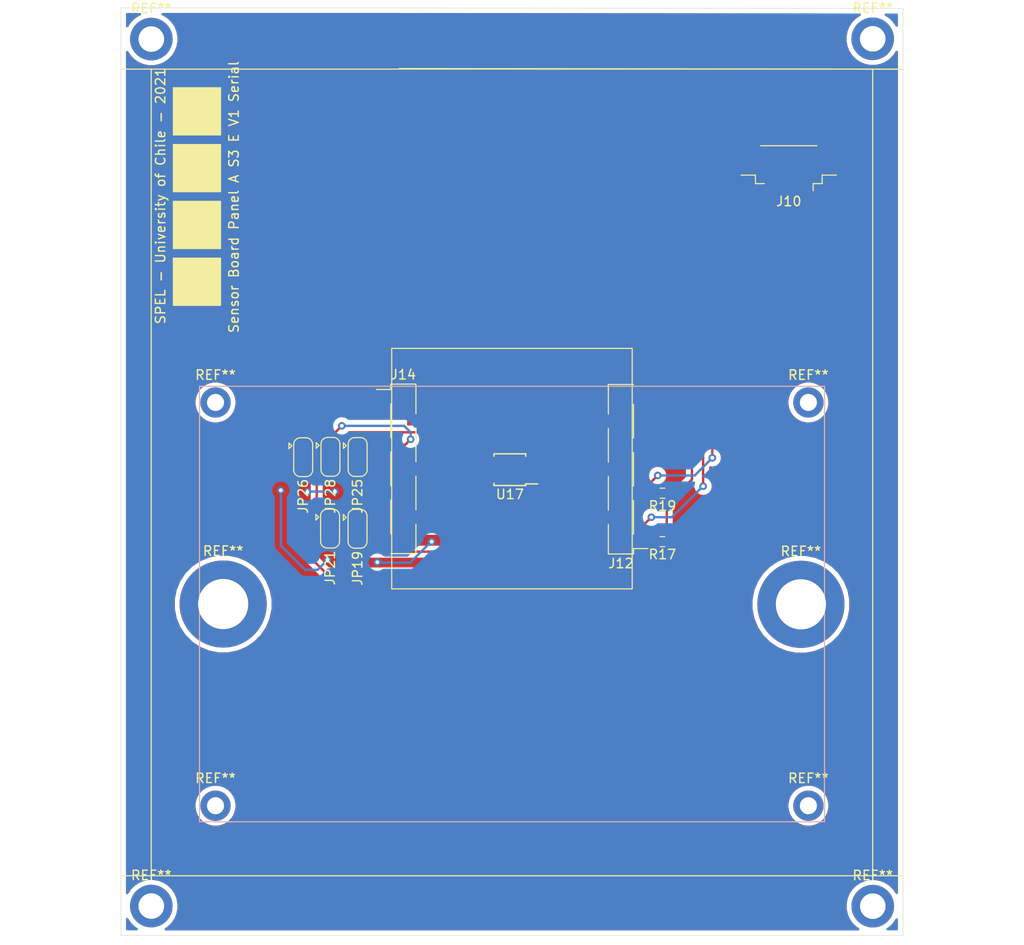
<source format=kicad_pcb>
(kicad_pcb (version 20171130) (host pcbnew "(5.1.2)-2")

  (general
    (thickness 1.6)
    (drawings 32)
    (tracks 149)
    (zones 0)
    (modules 21)
    (nets 16)
  )

  (page A2)
  (layers
    (0 F.Cu signal)
    (31 B.Cu signal)
    (32 B.Adhes user)
    (33 F.Adhes user)
    (34 B.Paste user)
    (35 F.Paste user)
    (36 B.SilkS user)
    (37 F.SilkS user)
    (38 B.Mask user)
    (39 F.Mask user)
    (40 Dwgs.User user)
    (41 Cmts.User user)
    (42 Eco1.User user)
    (43 Eco2.User user)
    (44 Edge.Cuts user)
    (45 Margin user)
    (46 B.CrtYd user)
    (47 F.CrtYd user)
    (48 B.Fab user)
    (49 F.Fab user)
  )

  (setup
    (last_trace_width 0.25)
    (trace_clearance 0.2)
    (zone_clearance 0.508)
    (zone_45_only no)
    (trace_min 0.2)
    (via_size 0.8)
    (via_drill 0.4)
    (via_min_size 0.4)
    (via_min_drill 0.3)
    (uvia_size 0.3)
    (uvia_drill 0.1)
    (uvias_allowed no)
    (uvia_min_size 0.2)
    (uvia_min_drill 0.1)
    (edge_width 0.05)
    (segment_width 0.2)
    (pcb_text_width 0.3)
    (pcb_text_size 1.5 1.5)
    (mod_edge_width 0.12)
    (mod_text_size 1 1)
    (mod_text_width 0.15)
    (pad_size 3.2 3.2)
    (pad_drill 1.8)
    (pad_to_mask_clearance 0.051)
    (solder_mask_min_width 0.25)
    (aux_axis_origin 0 0)
    (visible_elements 7FFFFFFF)
    (pcbplotparams
      (layerselection 0x010fc_ffffffff)
      (usegerberextensions false)
      (usegerberattributes false)
      (usegerberadvancedattributes false)
      (creategerberjobfile false)
      (excludeedgelayer true)
      (linewidth 0.100000)
      (plotframeref false)
      (viasonmask false)
      (mode 1)
      (useauxorigin false)
      (hpglpennumber 1)
      (hpglpenspeed 20)
      (hpglpendiameter 15.000000)
      (psnegative false)
      (psa4output false)
      (plotreference true)
      (plotvalue true)
      (plotinvisibletext false)
      (padsonsilk false)
      (subtractmaskfromsilk false)
      (outputformat 1)
      (mirror false)
      (drillshape 0)
      (scaleselection 1)
      (outputdirectory "D:/MAG+ SUCHAI 2 y 3/MAG_PC_AOA_FOD/A/Hardware/Panel A E S3/PAES3/"))
  )

  (net 0 "")
  (net 1 RPI_SCL)
  (net 2 RPI_SDA)
  (net 3 GND)
  (net 4 MAG_3V3)
  (net 5 "Net-(J12-Pad5)")
  (net 6 MAG1_BIT1)
  (net 7 MAG1_BIT0)
  (net 8 "Net-(J12-Pad6)")
  (net 9 "Net-(J14-Pad4)")
  (net 10 "Net-(J14-Pad2)")
  (net 11 "Net-(J14-Pad1)")
  (net 12 MAG1_A0)
  (net 13 MAG1_A2)
  (net 14 MAG1_A1)
  (net 15 "Net-(U17-Pad3)")

  (net_class Default "This is the default net class."
    (clearance 0.2)
    (trace_width 0.25)
    (via_dia 0.8)
    (via_drill 0.4)
    (uvia_dia 0.3)
    (uvia_drill 0.1)
    (add_net GND)
    (add_net MAG1_A0)
    (add_net MAG1_A1)
    (add_net MAG1_A2)
    (add_net MAG1_BIT0)
    (add_net MAG1_BIT1)
    (add_net MAG_3V3)
    (add_net "Net-(J12-Pad5)")
    (add_net "Net-(J12-Pad6)")
    (add_net "Net-(J14-Pad1)")
    (add_net "Net-(J14-Pad2)")
    (add_net "Net-(J14-Pad4)")
    (add_net "Net-(U17-Pad3)")
    (add_net RPI_SCL)
    (add_net RPI_SDA)
  )

  (module Mounting_Holes:MountingHole_2.7mm_M2.5_ISO14580_Pad (layer F.Cu) (tedit 56D1B4CB) (tstamp 611F25C2)
    (at 124.83 251.71)
    (descr "Mounting Hole 2.7mm, M2.5, ISO14580")
    (tags "mounting hole 2.7mm m2.5 iso14580")
    (attr virtual)
    (fp_text reference REF** (at 0 -3.25) (layer F.SilkS)
      (effects (font (size 1 1) (thickness 0.15)))
    )
    (fp_text value MountingHole_2.7mm_M2.5_ISO14580_Pad (at 0 3.25) (layer F.Fab)
      (effects (font (size 1 1) (thickness 0.15)))
    )
    (fp_circle (center 0 0) (end 2.5 0) (layer F.CrtYd) (width 0.05))
    (fp_circle (center 0 0) (end 2.25 0) (layer Cmts.User) (width 0.15))
    (fp_text user %R (at 0.3 0) (layer F.Fab)
      (effects (font (size 1 1) (thickness 0.15)))
    )
    (pad 1 thru_hole circle (at 0 0) (size 4.5 4.5) (drill 2.7) (layers *.Cu *.Mask))
  )

  (module Mounting_Holes:MountingHole_2.7mm_M2.5_ISO14580_Pad (layer F.Cu) (tedit 56D1B4CB) (tstamp 611F217C)
    (at 201.02 251.68)
    (descr "Mounting Hole 2.7mm, M2.5, ISO14580")
    (tags "mounting hole 2.7mm m2.5 iso14580")
    (attr virtual)
    (fp_text reference REF** (at 0 -3.25) (layer F.SilkS)
      (effects (font (size 1 1) (thickness 0.15)))
    )
    (fp_text value MountingHole_2.7mm_M2.5_ISO14580_Pad (at 0 3.25) (layer F.Fab)
      (effects (font (size 1 1) (thickness 0.15)))
    )
    (fp_text user %R (at 0.3 0) (layer F.Fab)
      (effects (font (size 1 1) (thickness 0.15)))
    )
    (fp_circle (center 0 0) (end 2.25 0) (layer Cmts.User) (width 0.15))
    (fp_circle (center 0 0) (end 2.5 0) (layer F.CrtYd) (width 0.05))
    (pad 1 thru_hole circle (at 0 0) (size 4.5 4.5) (drill 2.7) (layers *.Cu *.Mask))
  )

  (module Mounting_Holes:MountingHole_2.2mm_M2_DIN965_Pad (layer F.Cu) (tedit 611F26B3) (tstamp 611F286C)
    (at 194.23 332.68)
    (descr "Mounting Hole 2.2mm, M2, DIN965")
    (tags "mounting hole 2.2mm m2 din965")
    (attr virtual)
    (fp_text reference REF** (at 0 -2.9) (layer F.SilkS)
      (effects (font (size 1 1) (thickness 0.15)))
    )
    (fp_text value MountingHole_2.2mm_M2_DIN965_Pad (at 0 2.9) (layer F.Fab)
      (effects (font (size 1 1) (thickness 0.15)))
    )
    (fp_circle (center 0 0) (end 2.15 0) (layer F.CrtYd) (width 0.05))
    (fp_circle (center 0 0) (end 1.9 0) (layer Cmts.User) (width 0.15))
    (fp_text user %R (at 0.3 0) (layer F.Fab)
      (effects (font (size 1 1) (thickness 0.15)))
    )
    (pad 1 thru_hole circle (at 0 0) (size 3.2 3.2) (drill 1.8) (layers *.Cu *.Mask))
  )

  (module Mounting_Holes:MountingHole_2.2mm_M2_DIN965_Pad (layer F.Cu) (tedit 611F26B3) (tstamp 611F286C)
    (at 131.61 332.68)
    (descr "Mounting Hole 2.2mm, M2, DIN965")
    (tags "mounting hole 2.2mm m2 din965")
    (attr virtual)
    (fp_text reference REF** (at 0 -2.9) (layer F.SilkS)
      (effects (font (size 1 1) (thickness 0.15)))
    )
    (fp_text value MountingHole_2.2mm_M2_DIN965_Pad (at 0 2.9) (layer F.Fab)
      (effects (font (size 1 1) (thickness 0.15)))
    )
    (fp_circle (center 0 0) (end 2.15 0) (layer F.CrtYd) (width 0.05))
    (fp_circle (center 0 0) (end 1.9 0) (layer Cmts.User) (width 0.15))
    (fp_text user %R (at 0.3 0) (layer F.Fab)
      (effects (font (size 1 1) (thickness 0.15)))
    )
    (pad 1 thru_hole circle (at 0 0) (size 3.2 3.2) (drill 1.8) (layers *.Cu *.Mask))
  )

  (module Mounting_Holes:MountingHole_2.2mm_M2_DIN965_Pad (layer F.Cu) (tedit 611F26B3) (tstamp 611F286C)
    (at 194.23 290.09)
    (descr "Mounting Hole 2.2mm, M2, DIN965")
    (tags "mounting hole 2.2mm m2 din965")
    (attr virtual)
    (fp_text reference REF** (at 0 -2.9) (layer F.SilkS)
      (effects (font (size 1 1) (thickness 0.15)))
    )
    (fp_text value MountingHole_2.2mm_M2_DIN965_Pad (at 0 2.9) (layer F.Fab)
      (effects (font (size 1 1) (thickness 0.15)))
    )
    (fp_circle (center 0 0) (end 2.15 0) (layer F.CrtYd) (width 0.05))
    (fp_circle (center 0 0) (end 1.9 0) (layer Cmts.User) (width 0.15))
    (fp_text user %R (at 0.3 0) (layer F.Fab)
      (effects (font (size 1 1) (thickness 0.15)))
    )
    (pad 1 thru_hole circle (at 0 0) (size 3.2 3.2) (drill 1.8) (layers *.Cu *.Mask))
  )

  (module Mounting_Holes:MountingHole_2.2mm_M2_DIN965_Pad (layer F.Cu) (tedit 611F26B3) (tstamp 611F2810)
    (at 131.61 290.09)
    (descr "Mounting Hole 2.2mm, M2, DIN965")
    (tags "mounting hole 2.2mm m2 din965")
    (attr virtual)
    (fp_text reference REF** (at 0 -2.9) (layer F.SilkS)
      (effects (font (size 1 1) (thickness 0.15)))
    )
    (fp_text value MountingHole_2.2mm_M2_DIN965_Pad (at 0 2.9) (layer F.Fab)
      (effects (font (size 1 1) (thickness 0.15)))
    )
    (fp_text user %R (at 0.3 0) (layer F.Fab)
      (effects (font (size 1 1) (thickness 0.15)))
    )
    (fp_circle (center 0 0) (end 1.9 0) (layer Cmts.User) (width 0.15))
    (fp_circle (center 0 0) (end 2.15 0) (layer F.CrtYd) (width 0.05))
    (pad 1 thru_hole circle (at 0 0) (size 3.2 3.2) (drill 1.8) (layers *.Cu *.Mask))
  )

  (module Mounting_Holes:MountingHole_5.3mm_M5_DIN965_Pad (layer F.Cu) (tedit 56D1B4CB) (tstamp 611F2659)
    (at 132.42 311.38)
    (descr "Mounting Hole 5.3mm, M5, DIN965")
    (tags "mounting hole 5.3mm m5 din965")
    (attr virtual)
    (fp_text reference REF** (at 0 -5.6) (layer F.SilkS)
      (effects (font (size 1 1) (thickness 0.15)))
    )
    (fp_text value MountingHole_5.3mm_M5_DIN965_Pad (at 0 5.6) (layer F.Fab)
      (effects (font (size 1 1) (thickness 0.15)))
    )
    (fp_circle (center 0 0) (end 4.85 0) (layer F.CrtYd) (width 0.05))
    (fp_circle (center 0 0) (end 4.6 0) (layer Cmts.User) (width 0.15))
    (fp_text user %R (at 0.3 0) (layer F.Fab)
      (effects (font (size 1 1) (thickness 0.15)))
    )
    (pad 1 thru_hole circle (at 0 0) (size 9.2 9.2) (drill 5.3) (layers *.Cu *.Mask))
  )

  (module Mounting_Holes:MountingHole_5.3mm_M5_DIN965_Pad (layer F.Cu) (tedit 56D1B4CB) (tstamp 611F25F8)
    (at 193.44 311.41)
    (descr "Mounting Hole 5.3mm, M5, DIN965")
    (tags "mounting hole 5.3mm m5 din965")
    (attr virtual)
    (fp_text reference REF** (at 0 -5.6) (layer F.SilkS)
      (effects (font (size 1 1) (thickness 0.15)))
    )
    (fp_text value MountingHole_5.3mm_M5_DIN965_Pad (at 0 5.6) (layer F.Fab)
      (effects (font (size 1 1) (thickness 0.15)))
    )
    (fp_text user %R (at 0.3 0) (layer F.Fab)
      (effects (font (size 1 1) (thickness 0.15)))
    )
    (fp_circle (center 0 0) (end 4.6 0) (layer Cmts.User) (width 0.15))
    (fp_circle (center 0 0) (end 4.85 0) (layer F.CrtYd) (width 0.05))
    (pad 1 thru_hole circle (at 0 0) (size 9.2 9.2) (drill 5.3) (layers *.Cu *.Mask))
  )

  (module Mounting_Holes:MountingHole_2.7mm_M2.5_ISO14580_Pad (layer F.Cu) (tedit 56D1B4CB) (tstamp 611F2175)
    (at 201.03 343.29)
    (descr "Mounting Hole 2.7mm, M2.5, ISO14580")
    (tags "mounting hole 2.7mm m2.5 iso14580")
    (attr virtual)
    (fp_text reference REF** (at 0 -3.25) (layer F.SilkS)
      (effects (font (size 1 1) (thickness 0.15)))
    )
    (fp_text value MountingHole_2.7mm_M2.5_ISO14580_Pad (at 0 3.25) (layer F.Fab)
      (effects (font (size 1 1) (thickness 0.15)))
    )
    (fp_text user %R (at 0.3 0) (layer F.Fab)
      (effects (font (size 1 1) (thickness 0.15)))
    )
    (fp_circle (center 0 0) (end 2.25 0) (layer Cmts.User) (width 0.15))
    (fp_circle (center 0 0) (end 2.5 0) (layer F.CrtYd) (width 0.05))
    (pad 1 thru_hole circle (at 0 0) (size 4.5 4.5) (drill 2.7) (layers *.Cu *.Mask))
  )

  (module Mounting_Holes:MountingHole_2.7mm_M2.5_ISO14580_Pad (layer F.Cu) (tedit 56D1B4CB) (tstamp 611F2167)
    (at 124.83 343.28)
    (descr "Mounting Hole 2.7mm, M2.5, ISO14580")
    (tags "mounting hole 2.7mm m2.5 iso14580")
    (attr virtual)
    (fp_text reference REF** (at 0 -3.25) (layer F.SilkS)
      (effects (font (size 1 1) (thickness 0.15)))
    )
    (fp_text value MountingHole_2.7mm_M2.5_ISO14580_Pad (at 0 3.25) (layer F.Fab)
      (effects (font (size 1 1) (thickness 0.15)))
    )
    (fp_text user %R (at 0.3 0) (layer F.Fab)
      (effects (font (size 1 1) (thickness 0.15)))
    )
    (fp_circle (center 0 0) (end 2.25 0) (layer Cmts.User) (width 0.15))
    (fp_circle (center 0 0) (end 2.5 0) (layer F.CrtYd) (width 0.05))
    (pad 1 thru_hole circle (at 0 0) (size 4.5 4.5) (drill 2.7) (layers *.Cu *.Mask))
  )

  (module Pin_Headers:Pin_Header_Straight_1x07_Pitch2.54mm_SMD_Pin1Left (layer F.Cu) (tedit 59650532) (tstamp 611D9EFF)
    (at 151.45 297.1)
    (descr "surface-mounted straight pin header, 1x07, 2.54mm pitch, single row, style 1 (pin 1 left)")
    (tags "Surface mounted pin header SMD 1x07 2.54mm single row style1 pin1 left")
    (path /61194465/611D6E65)
    (attr smd)
    (fp_text reference J14 (at 0 -9.95) (layer F.SilkS)
      (effects (font (size 1 1) (thickness 0.15)))
    )
    (fp_text value Conn_01x07_Female (at 0 9.95) (layer F.Fab)
      (effects (font (size 1 1) (thickness 0.15)))
    )
    (fp_line (start 1.27 8.89) (end -1.27 8.89) (layer F.Fab) (width 0.1))
    (fp_line (start -0.32 -8.89) (end 1.27 -8.89) (layer F.Fab) (width 0.1))
    (fp_line (start -1.27 8.89) (end -1.27 -7.94) (layer F.Fab) (width 0.1))
    (fp_line (start -1.27 -7.94) (end -0.32 -8.89) (layer F.Fab) (width 0.1))
    (fp_line (start 1.27 -8.89) (end 1.27 8.89) (layer F.Fab) (width 0.1))
    (fp_line (start -1.27 -7.94) (end -2.54 -7.94) (layer F.Fab) (width 0.1))
    (fp_line (start -2.54 -7.94) (end -2.54 -7.3) (layer F.Fab) (width 0.1))
    (fp_line (start -2.54 -7.3) (end -1.27 -7.3) (layer F.Fab) (width 0.1))
    (fp_line (start -1.27 -2.86) (end -2.54 -2.86) (layer F.Fab) (width 0.1))
    (fp_line (start -2.54 -2.86) (end -2.54 -2.22) (layer F.Fab) (width 0.1))
    (fp_line (start -2.54 -2.22) (end -1.27 -2.22) (layer F.Fab) (width 0.1))
    (fp_line (start -1.27 2.22) (end -2.54 2.22) (layer F.Fab) (width 0.1))
    (fp_line (start -2.54 2.22) (end -2.54 2.86) (layer F.Fab) (width 0.1))
    (fp_line (start -2.54 2.86) (end -1.27 2.86) (layer F.Fab) (width 0.1))
    (fp_line (start -1.27 7.3) (end -2.54 7.3) (layer F.Fab) (width 0.1))
    (fp_line (start -2.54 7.3) (end -2.54 7.94) (layer F.Fab) (width 0.1))
    (fp_line (start -2.54 7.94) (end -1.27 7.94) (layer F.Fab) (width 0.1))
    (fp_line (start 1.27 -5.4) (end 2.54 -5.4) (layer F.Fab) (width 0.1))
    (fp_line (start 2.54 -5.4) (end 2.54 -4.76) (layer F.Fab) (width 0.1))
    (fp_line (start 2.54 -4.76) (end 1.27 -4.76) (layer F.Fab) (width 0.1))
    (fp_line (start 1.27 -0.32) (end 2.54 -0.32) (layer F.Fab) (width 0.1))
    (fp_line (start 2.54 -0.32) (end 2.54 0.32) (layer F.Fab) (width 0.1))
    (fp_line (start 2.54 0.32) (end 1.27 0.32) (layer F.Fab) (width 0.1))
    (fp_line (start 1.27 4.76) (end 2.54 4.76) (layer F.Fab) (width 0.1))
    (fp_line (start 2.54 4.76) (end 2.54 5.4) (layer F.Fab) (width 0.1))
    (fp_line (start 2.54 5.4) (end 1.27 5.4) (layer F.Fab) (width 0.1))
    (fp_line (start -1.33 -8.95) (end 1.33 -8.95) (layer F.SilkS) (width 0.12))
    (fp_line (start -1.33 8.95) (end 1.33 8.95) (layer F.SilkS) (width 0.12))
    (fp_line (start 1.33 -8.95) (end 1.33 -5.84) (layer F.SilkS) (width 0.12))
    (fp_line (start -1.33 -8.38) (end -2.85 -8.38) (layer F.SilkS) (width 0.12))
    (fp_line (start -1.33 -8.95) (end -1.33 -8.38) (layer F.SilkS) (width 0.12))
    (fp_line (start 1.33 8.38) (end 1.33 8.95) (layer F.SilkS) (width 0.12))
    (fp_line (start 1.33 -4.32) (end 1.33 -0.76) (layer F.SilkS) (width 0.12))
    (fp_line (start 1.33 0.76) (end 1.33 4.32) (layer F.SilkS) (width 0.12))
    (fp_line (start 1.33 5.84) (end 1.33 8.95) (layer F.SilkS) (width 0.12))
    (fp_line (start -1.33 -6.86) (end -1.33 -3.3) (layer F.SilkS) (width 0.12))
    (fp_line (start -1.33 -1.78) (end -1.33 1.78) (layer F.SilkS) (width 0.12))
    (fp_line (start -1.33 3.3) (end -1.33 6.86) (layer F.SilkS) (width 0.12))
    (fp_line (start -3.45 -9.4) (end -3.45 9.4) (layer F.CrtYd) (width 0.05))
    (fp_line (start -3.45 9.4) (end 3.45 9.4) (layer F.CrtYd) (width 0.05))
    (fp_line (start 3.45 9.4) (end 3.45 -9.4) (layer F.CrtYd) (width 0.05))
    (fp_line (start 3.45 -9.4) (end -3.45 -9.4) (layer F.CrtYd) (width 0.05))
    (fp_text user %R (at 0 0 90) (layer F.Fab)
      (effects (font (size 1 1) (thickness 0.15)))
    )
    (pad 1 smd rect (at -1.655 -7.62) (size 2.51 1) (layers F.Cu F.Paste F.Mask)
      (net 11 "Net-(J14-Pad1)"))
    (pad 3 smd rect (at -1.655 -2.54) (size 2.51 1) (layers F.Cu F.Paste F.Mask)
      (net 4 MAG_3V3))
    (pad 5 smd rect (at -1.655 2.54) (size 2.51 1) (layers F.Cu F.Paste F.Mask)
      (net 4 MAG_3V3))
    (pad 7 smd rect (at -1.655 7.62) (size 2.51 1) (layers F.Cu F.Paste F.Mask)
      (net 3 GND))
    (pad 2 smd rect (at 1.655 -5.08) (size 2.51 1) (layers F.Cu F.Paste F.Mask)
      (net 10 "Net-(J14-Pad2)"))
    (pad 4 smd rect (at 1.655 0) (size 2.51 1) (layers F.Cu F.Paste F.Mask)
      (net 9 "Net-(J14-Pad4)"))
    (pad 6 smd rect (at 1.655 5.08) (size 2.51 1) (layers F.Cu F.Paste F.Mask)
      (net 4 MAG_3V3))
    (model ${KISYS3DMOD}/Pin_Headers.3dshapes/Pin_Header_Straight_1x07_Pitch2.54mm_SMD_Pin1Left.wrl
      (at (xyz 0 0 0))
      (scale (xyz 1 1 1))
      (rotate (xyz 0 0 0))
    )
    (model ${KISYS3DMOD}/Connector_PinHeader_2.54mm.3dshapes/PinHeader_1x07_P2.54mm_Vertical_SMD_Pin1Left.wrl
      (at (xyz 0 0 0))
      (scale (xyz 1 1 1))
      (rotate (xyz 0 0 0))
    )
    (model "D:/Magnetometro/SDcard Slot/RM3100.STEP"
      (offset (xyz -1.5 -13 3.5))
      (scale (xyz 1 1 1))
      (rotate (xyz 0 0 0))
    )
  )

  (module Pin_Headers:Pin_Header_Straight_1x07_Pitch2.54mm_SMD_Pin1Left (layer F.Cu) (tedit 59650532) (tstamp 611D9ECA)
    (at 174.43 297.14 180)
    (descr "surface-mounted straight pin header, 1x07, 2.54mm pitch, single row, style 1 (pin 1 left)")
    (tags "Surface mounted pin header SMD 1x07 2.54mm single row style1 pin1 left")
    (path /61194465/611D635C)
    (attr smd)
    (fp_text reference J12 (at 0 -9.95) (layer F.SilkS)
      (effects (font (size 1 1) (thickness 0.15)))
    )
    (fp_text value Conn_01x07_Female (at 0 9.95) (layer F.Fab)
      (effects (font (size 1 1) (thickness 0.15)))
    )
    (fp_text user %R (at 0 0 90) (layer F.Fab)
      (effects (font (size 1 1) (thickness 0.15)))
    )
    (fp_line (start 3.45 -9.4) (end -3.45 -9.4) (layer F.CrtYd) (width 0.05))
    (fp_line (start 3.45 9.4) (end 3.45 -9.4) (layer F.CrtYd) (width 0.05))
    (fp_line (start -3.45 9.4) (end 3.45 9.4) (layer F.CrtYd) (width 0.05))
    (fp_line (start -3.45 -9.4) (end -3.45 9.4) (layer F.CrtYd) (width 0.05))
    (fp_line (start -1.33 3.3) (end -1.33 6.86) (layer F.SilkS) (width 0.12))
    (fp_line (start -1.33 -1.78) (end -1.33 1.78) (layer F.SilkS) (width 0.12))
    (fp_line (start -1.33 -6.86) (end -1.33 -3.3) (layer F.SilkS) (width 0.12))
    (fp_line (start 1.33 5.84) (end 1.33 8.95) (layer F.SilkS) (width 0.12))
    (fp_line (start 1.33 0.76) (end 1.33 4.32) (layer F.SilkS) (width 0.12))
    (fp_line (start 1.33 -4.32) (end 1.33 -0.76) (layer F.SilkS) (width 0.12))
    (fp_line (start 1.33 8.38) (end 1.33 8.95) (layer F.SilkS) (width 0.12))
    (fp_line (start -1.33 -8.95) (end -1.33 -8.38) (layer F.SilkS) (width 0.12))
    (fp_line (start -1.33 -8.38) (end -2.85 -8.38) (layer F.SilkS) (width 0.12))
    (fp_line (start 1.33 -8.95) (end 1.33 -5.84) (layer F.SilkS) (width 0.12))
    (fp_line (start -1.33 8.95) (end 1.33 8.95) (layer F.SilkS) (width 0.12))
    (fp_line (start -1.33 -8.95) (end 1.33 -8.95) (layer F.SilkS) (width 0.12))
    (fp_line (start 2.54 5.4) (end 1.27 5.4) (layer F.Fab) (width 0.1))
    (fp_line (start 2.54 4.76) (end 2.54 5.4) (layer F.Fab) (width 0.1))
    (fp_line (start 1.27 4.76) (end 2.54 4.76) (layer F.Fab) (width 0.1))
    (fp_line (start 2.54 0.32) (end 1.27 0.32) (layer F.Fab) (width 0.1))
    (fp_line (start 2.54 -0.32) (end 2.54 0.32) (layer F.Fab) (width 0.1))
    (fp_line (start 1.27 -0.32) (end 2.54 -0.32) (layer F.Fab) (width 0.1))
    (fp_line (start 2.54 -4.76) (end 1.27 -4.76) (layer F.Fab) (width 0.1))
    (fp_line (start 2.54 -5.4) (end 2.54 -4.76) (layer F.Fab) (width 0.1))
    (fp_line (start 1.27 -5.4) (end 2.54 -5.4) (layer F.Fab) (width 0.1))
    (fp_line (start -2.54 7.94) (end -1.27 7.94) (layer F.Fab) (width 0.1))
    (fp_line (start -2.54 7.3) (end -2.54 7.94) (layer F.Fab) (width 0.1))
    (fp_line (start -1.27 7.3) (end -2.54 7.3) (layer F.Fab) (width 0.1))
    (fp_line (start -2.54 2.86) (end -1.27 2.86) (layer F.Fab) (width 0.1))
    (fp_line (start -2.54 2.22) (end -2.54 2.86) (layer F.Fab) (width 0.1))
    (fp_line (start -1.27 2.22) (end -2.54 2.22) (layer F.Fab) (width 0.1))
    (fp_line (start -2.54 -2.22) (end -1.27 -2.22) (layer F.Fab) (width 0.1))
    (fp_line (start -2.54 -2.86) (end -2.54 -2.22) (layer F.Fab) (width 0.1))
    (fp_line (start -1.27 -2.86) (end -2.54 -2.86) (layer F.Fab) (width 0.1))
    (fp_line (start -2.54 -7.3) (end -1.27 -7.3) (layer F.Fab) (width 0.1))
    (fp_line (start -2.54 -7.94) (end -2.54 -7.3) (layer F.Fab) (width 0.1))
    (fp_line (start -1.27 -7.94) (end -2.54 -7.94) (layer F.Fab) (width 0.1))
    (fp_line (start 1.27 -8.89) (end 1.27 8.89) (layer F.Fab) (width 0.1))
    (fp_line (start -1.27 -7.94) (end -0.32 -8.89) (layer F.Fab) (width 0.1))
    (fp_line (start -1.27 8.89) (end -1.27 -7.94) (layer F.Fab) (width 0.1))
    (fp_line (start -0.32 -8.89) (end 1.27 -8.89) (layer F.Fab) (width 0.1))
    (fp_line (start 1.27 8.89) (end -1.27 8.89) (layer F.Fab) (width 0.1))
    (pad 6 smd rect (at 1.655 5.08 180) (size 2.51 1) (layers F.Cu F.Paste F.Mask)
      (net 8 "Net-(J12-Pad6)"))
    (pad 4 smd rect (at 1.655 0 180) (size 2.51 1) (layers F.Cu F.Paste F.Mask)
      (net 7 MAG1_BIT0))
    (pad 2 smd rect (at 1.655 -5.08 180) (size 2.51 1) (layers F.Cu F.Paste F.Mask)
      (net 6 MAG1_BIT1))
    (pad 7 smd rect (at -1.655 7.62 180) (size 2.51 1) (layers F.Cu F.Paste F.Mask)
      (net 3 GND))
    (pad 5 smd rect (at -1.655 2.54 180) (size 2.51 1) (layers F.Cu F.Paste F.Mask)
      (net 5 "Net-(J12-Pad5)"))
    (pad 3 smd rect (at -1.655 -2.54 180) (size 2.51 1) (layers F.Cu F.Paste F.Mask)
      (net 2 RPI_SDA))
    (pad 1 smd rect (at -1.655 -7.62 180) (size 2.51 1) (layers F.Cu F.Paste F.Mask)
      (net 1 RPI_SCL))
    (model ${KISYS3DMOD}/Pin_Headers.3dshapes/Pin_Header_Straight_1x07_Pitch2.54mm_SMD_Pin1Left.wrl
      (at (xyz 0 0 0))
      (scale (xyz 1 1 1))
      (rotate (xyz 0 0 0))
    )
    (model ${KISYS3DMOD}/Connector_PinHeader_2.54mm.3dshapes/PinHeader_1x07_P2.54mm_Vertical_SMD_Pin1Right.wrl
      (at (xyz 0 0 0))
      (scale (xyz 1 1 1))
      (rotate (xyz 0 0 180))
    )
  )

  (module Connectors_Molex:Molex_PicoBlade_53398-0471_04x1.25mm_Straight (layer F.Cu) (tedit 58A3B79E) (tstamp 611D9EA1)
    (at 192.16 265.6 180)
    (descr "Molex PicoBlade, single row, top entry type, surface mount, PN:53398-0471")
    (tags "connector molex picoblade smt")
    (path /61194465/611D4FC7)
    (attr smd)
    (fp_text reference J10 (at 0 -3.25) (layer F.SilkS)
      (effects (font (size 1 1) (thickness 0.15)))
    )
    (fp_text value Conn_01x04_Male (at 0 4.25) (layer F.Fab)
      (effects (font (size 1 1) (thickness 0.15)))
    )
    (fp_line (start -3.375 -1.225) (end -3.375 2.475) (layer F.Fab) (width 0.1))
    (fp_line (start -3.375 2.475) (end 3.375 2.475) (layer F.Fab) (width 0.1))
    (fp_line (start 3.375 2.475) (end 3.375 -1.225) (layer F.Fab) (width 0.1))
    (fp_line (start 3.375 -1.225) (end -3.375 -1.225) (layer F.Fab) (width 0.1))
    (fp_line (start 3.375 2.475) (end 4.875 2.475) (layer F.Fab) (width 0.1))
    (fp_line (start 4.875 2.475) (end 4.875 -0.325) (layer F.Fab) (width 0.1))
    (fp_line (start 4.875 -0.325) (end 3.375 -0.325) (layer F.Fab) (width 0.1))
    (fp_line (start -3.375 2.475) (end -4.875 2.475) (layer F.Fab) (width 0.1))
    (fp_line (start -4.875 2.475) (end -4.875 -0.325) (layer F.Fab) (width 0.1))
    (fp_line (start -4.875 -0.325) (end -3.375 -0.325) (layer F.Fab) (width 0.1))
    (fp_line (start 2.575 -1.375) (end 3.525 -1.375) (layer F.SilkS) (width 0.12))
    (fp_line (start 3.525 -1.375) (end 3.525 -0.475) (layer F.SilkS) (width 0.12))
    (fp_line (start 3.525 -0.475) (end 5.025 -0.475) (layer F.SilkS) (width 0.12))
    (fp_line (start -2.575 -1.375) (end -3.525 -1.375) (layer F.SilkS) (width 0.12))
    (fp_line (start -3.525 -1.375) (end -3.525 -0.475) (layer F.SilkS) (width 0.12))
    (fp_line (start -3.525 -0.475) (end -5.025 -0.475) (layer F.SilkS) (width 0.12))
    (fp_line (start -2.975 2.625) (end 2.975 2.625) (layer F.SilkS) (width 0.12))
    (fp_line (start -2.575 -1.375) (end -2.575 -2.125) (layer F.SilkS) (width 0.12))
    (fp_line (start -2.275 -1.225) (end -1.875 -0.425) (layer F.Fab) (width 0.1))
    (fp_line (start -1.875 -0.425) (end -1.475 -1.225) (layer F.Fab) (width 0.1))
    (fp_line (start -1.475 -1.225) (end -2.275 -1.225) (layer F.Fab) (width 0.1))
    (fp_line (start 0 -2.7) (end 3.95 -2.7) (layer F.CrtYd) (width 0.05))
    (fp_line (start 3.95 -2.7) (end 3.95 -0.9) (layer F.CrtYd) (width 0.05))
    (fp_line (start 3.95 -0.9) (end 6.05 -0.9) (layer F.CrtYd) (width 0.05))
    (fp_line (start 6.05 -0.9) (end 6.05 3.5) (layer F.CrtYd) (width 0.05))
    (fp_line (start 6.05 3.5) (end 0 3.5) (layer F.CrtYd) (width 0.05))
    (fp_line (start 0 -2.7) (end -3.95 -2.7) (layer F.CrtYd) (width 0.05))
    (fp_line (start -3.95 -2.7) (end -3.95 -0.9) (layer F.CrtYd) (width 0.05))
    (fp_line (start -3.95 -0.9) (end -6.05 -0.9) (layer F.CrtYd) (width 0.05))
    (fp_line (start -6.05 -0.9) (end -6.05 3.5) (layer F.CrtYd) (width 0.05))
    (fp_line (start -6.05 3.5) (end 0 3.5) (layer F.CrtYd) (width 0.05))
    (fp_text user %R (at 0 1.5) (layer F.Fab)
      (effects (font (size 1 1) (thickness 0.15)))
    )
    (pad 1 smd rect (at -1.875 -1.375 180) (size 0.8 1.5) (layers F.Cu F.Paste F.Mask)
      (net 3 GND))
    (pad 2 smd rect (at -0.625 -1.375 180) (size 0.8 1.5) (layers F.Cu F.Paste F.Mask)
      (net 2 RPI_SDA))
    (pad 3 smd rect (at 0.625 -1.375 180) (size 0.8 1.5) (layers F.Cu F.Paste F.Mask)
      (net 1 RPI_SCL))
    (pad 4 smd rect (at 1.875 -1.375 180) (size 0.8 1.5) (layers F.Cu F.Paste F.Mask)
      (net 4 MAG_3V3))
    (pad "" smd rect (at -4.375 1.375 180) (size 2.2 3.1) (layers F.Cu F.Paste F.Mask))
    (pad "" smd rect (at 4.375 1.375 180) (size 2.2 3.1) (layers F.Cu F.Paste F.Mask))
    (model ${KISYS3DMOD}/Connectors_Molex.3dshapes/Molex_PicoBlade_53398-0471_04x1.25mm_Straight.wrl
      (at (xyz 0 0 0))
      (scale (xyz 1 1 1))
      (rotate (xyz 0 0 0))
    )
    (model ${KISYS3DMOD}/Connector_Molex.3dshapes/Molex_PicoBlade_53398-0471_1x04-1MP_P1.25mm_Vertical.wrl
      (at (xyz 0 0 0))
      (scale (xyz 1 1 1))
      (rotate (xyz 0 0 0))
    )
  )

  (module Jumper:SolderJumper-3_P1.3mm_Open_RoundedPad1.0x1.5mm (layer F.Cu) (tedit 5B391EB7) (tstamp 611D9E8C)
    (at 146.61 303.43 270)
    (descr "SMD Solder 3-pad Jumper, 1x1.5mm rounded Pads, 0.3mm gap, open")
    (tags "solder jumper open")
    (path /61194465/61207057)
    (attr virtual)
    (fp_text reference JP19 (at 4.18 0 90) (layer F.SilkS)
      (effects (font (size 1 1) (thickness 0.15)))
    )
    (fp_text value Jumper_3_Open (at 0 1.9 90) (layer F.Fab)
      (effects (font (size 1 1) (thickness 0.15)))
    )
    (fp_line (start -1.2 1.2) (end -0.9 1.5) (layer F.SilkS) (width 0.12))
    (fp_line (start -1.5 1.5) (end -0.9 1.5) (layer F.SilkS) (width 0.12))
    (fp_line (start -1.2 1.2) (end -1.5 1.5) (layer F.SilkS) (width 0.12))
    (fp_line (start -2.05 0.3) (end -2.05 -0.3) (layer F.SilkS) (width 0.12))
    (fp_line (start 1.4 1) (end -1.4 1) (layer F.SilkS) (width 0.12))
    (fp_line (start 2.05 -0.3) (end 2.05 0.3) (layer F.SilkS) (width 0.12))
    (fp_line (start -1.4 -1) (end 1.4 -1) (layer F.SilkS) (width 0.12))
    (fp_line (start -2.3 -1.25) (end 2.3 -1.25) (layer F.CrtYd) (width 0.05))
    (fp_line (start -2.3 -1.25) (end -2.3 1.25) (layer F.CrtYd) (width 0.05))
    (fp_line (start 2.3 1.25) (end 2.3 -1.25) (layer F.CrtYd) (width 0.05))
    (fp_line (start 2.3 1.25) (end -2.3 1.25) (layer F.CrtYd) (width 0.05))
    (fp_arc (start 1.35 -0.3) (end 2.05 -0.3) (angle -90) (layer F.SilkS) (width 0.12))
    (fp_arc (start 1.35 0.3) (end 1.35 1) (angle -90) (layer F.SilkS) (width 0.12))
    (fp_arc (start -1.35 0.3) (end -2.05 0.3) (angle -90) (layer F.SilkS) (width 0.12))
    (fp_arc (start -1.35 -0.3) (end -1.35 -1) (angle -90) (layer F.SilkS) (width 0.12))
    (pad 1 smd custom (at -1.3 0 270) (size 1 0.5) (layers F.Cu F.Mask)
      (net 4 MAG_3V3) (zone_connect 2)
      (options (clearance outline) (anchor rect))
      (primitives
        (gr_circle (center 0 0.25) (end 0.5 0.25) (width 0))
        (gr_circle (center 0 -0.25) (end 0.5 -0.25) (width 0))
        (gr_poly (pts
           (xy 0.55 -0.75) (xy 0 -0.75) (xy 0 0.75) (xy 0.55 0.75)) (width 0))
      ))
    (pad 3 smd custom (at 1.3 0 270) (size 1 0.5) (layers F.Cu F.Mask)
      (net 3 GND) (zone_connect 2)
      (options (clearance outline) (anchor rect))
      (primitives
        (gr_circle (center 0 0.25) (end 0.5 0.25) (width 0))
        (gr_circle (center 0 -0.25) (end 0.5 -0.25) (width 0))
        (gr_poly (pts
           (xy -0.55 -0.75) (xy 0 -0.75) (xy 0 0.75) (xy -0.55 0.75)) (width 0))
      ))
    (pad 2 smd rect (at 0 0 270) (size 1 1.5) (layers F.Cu F.Mask)
      (net 7 MAG1_BIT0))
  )

  (module Housings_SSOP:MSOP-8_3x3mm_Pitch0.65mm (layer F.Cu) (tedit 54130A77) (tstamp 611D9E64)
    (at 162.7 297.19 180)
    (descr "8-Lead Plastic Micro Small Outline Package (MS) [MSOP] (see Microchip Packaging Specification 00000049BS.pdf)")
    (tags "SSOP 0.65")
    (path /61194465/6122D907)
    (attr smd)
    (fp_text reference U17 (at 0 -2.6) (layer F.SilkS)
      (effects (font (size 1 1) (thickness 0.15)))
    )
    (fp_text value MCP9804_MSOP (at 0 2.6) (layer F.Fab)
      (effects (font (size 1 1) (thickness 0.15)))
    )
    (fp_line (start -0.5 -1.5) (end 1.5 -1.5) (layer F.Fab) (width 0.15))
    (fp_line (start 1.5 -1.5) (end 1.5 1.5) (layer F.Fab) (width 0.15))
    (fp_line (start 1.5 1.5) (end -1.5 1.5) (layer F.Fab) (width 0.15))
    (fp_line (start -1.5 1.5) (end -1.5 -0.5) (layer F.Fab) (width 0.15))
    (fp_line (start -1.5 -0.5) (end -0.5 -1.5) (layer F.Fab) (width 0.15))
    (fp_line (start -3.2 -1.85) (end -3.2 1.85) (layer F.CrtYd) (width 0.05))
    (fp_line (start 3.2 -1.85) (end 3.2 1.85) (layer F.CrtYd) (width 0.05))
    (fp_line (start -3.2 -1.85) (end 3.2 -1.85) (layer F.CrtYd) (width 0.05))
    (fp_line (start -3.2 1.85) (end 3.2 1.85) (layer F.CrtYd) (width 0.05))
    (fp_line (start -1.675 -1.675) (end -1.675 -1.5) (layer F.SilkS) (width 0.15))
    (fp_line (start 1.675 -1.675) (end 1.675 -1.425) (layer F.SilkS) (width 0.15))
    (fp_line (start 1.675 1.675) (end 1.675 1.425) (layer F.SilkS) (width 0.15))
    (fp_line (start -1.675 1.675) (end -1.675 1.425) (layer F.SilkS) (width 0.15))
    (fp_line (start -1.675 -1.675) (end 1.675 -1.675) (layer F.SilkS) (width 0.15))
    (fp_line (start -1.675 1.675) (end 1.675 1.675) (layer F.SilkS) (width 0.15))
    (fp_line (start -1.675 -1.5) (end -2.925 -1.5) (layer F.SilkS) (width 0.15))
    (fp_text user %R (at 0 0) (layer F.Fab)
      (effects (font (size 0.6 0.6) (thickness 0.15)))
    )
    (pad 1 smd rect (at -2.2 -0.975 180) (size 1.45 0.45) (layers F.Cu F.Paste F.Mask)
      (net 2 RPI_SDA))
    (pad 2 smd rect (at -2.2 -0.325 180) (size 1.45 0.45) (layers F.Cu F.Paste F.Mask)
      (net 1 RPI_SCL))
    (pad 3 smd rect (at -2.2 0.325 180) (size 1.45 0.45) (layers F.Cu F.Paste F.Mask)
      (net 15 "Net-(U17-Pad3)"))
    (pad 4 smd rect (at -2.2 0.975 180) (size 1.45 0.45) (layers F.Cu F.Paste F.Mask)
      (net 3 GND))
    (pad 5 smd rect (at 2.2 0.975 180) (size 1.45 0.45) (layers F.Cu F.Paste F.Mask)
      (net 13 MAG1_A2))
    (pad 6 smd rect (at 2.2 0.325 180) (size 1.45 0.45) (layers F.Cu F.Paste F.Mask)
      (net 14 MAG1_A1))
    (pad 7 smd rect (at 2.2 -0.325 180) (size 1.45 0.45) (layers F.Cu F.Paste F.Mask)
      (net 12 MAG1_A0))
    (pad 8 smd rect (at 2.2 -0.975 180) (size 1.45 0.45) (layers F.Cu F.Paste F.Mask)
      (net 4 MAG_3V3))
    (model ${KISYS3DMOD}/Housings_SSOP.3dshapes/MSOP-8_3x3mm_Pitch0.65mm.wrl
      (at (xyz 0 0 0))
      (scale (xyz 1 1 1))
      (rotate (xyz 0 0 0))
    )
    (model ${KISYS3DMOD}/Package_SO.3dshapes/MSOP-8_3x3mm_P0.65mm.wrl
      (at (xyz 0 0 0))
      (scale (xyz 1 1 1))
      (rotate (xyz 0 0 0))
    )
  )

  (module Resistors_SMD:R_0402 (layer F.Cu) (tedit 58E0A804) (tstamp 611D9E51)
    (at 178.81 304.79 180)
    (descr "Resistor SMD 0402, reflow soldering, Vishay (see dcrcw.pdf)")
    (tags "resistor 0402")
    (path /61194465/61201EA1)
    (attr smd)
    (fp_text reference R17 (at 0 -1.35) (layer F.SilkS)
      (effects (font (size 1 1) (thickness 0.15)))
    )
    (fp_text value R (at 0 1.45) (layer F.Fab)
      (effects (font (size 1 1) (thickness 0.15)))
    )
    (fp_text user %R (at 0 -1.35) (layer F.Fab)
      (effects (font (size 1 1) (thickness 0.15)))
    )
    (fp_line (start -0.5 0.25) (end -0.5 -0.25) (layer F.Fab) (width 0.1))
    (fp_line (start 0.5 0.25) (end -0.5 0.25) (layer F.Fab) (width 0.1))
    (fp_line (start 0.5 -0.25) (end 0.5 0.25) (layer F.Fab) (width 0.1))
    (fp_line (start -0.5 -0.25) (end 0.5 -0.25) (layer F.Fab) (width 0.1))
    (fp_line (start 0.25 -0.53) (end -0.25 -0.53) (layer F.SilkS) (width 0.12))
    (fp_line (start -0.25 0.53) (end 0.25 0.53) (layer F.SilkS) (width 0.12))
    (fp_line (start -0.8 -0.45) (end 0.8 -0.45) (layer F.CrtYd) (width 0.05))
    (fp_line (start -0.8 -0.45) (end -0.8 0.45) (layer F.CrtYd) (width 0.05))
    (fp_line (start 0.8 0.45) (end 0.8 -0.45) (layer F.CrtYd) (width 0.05))
    (fp_line (start 0.8 0.45) (end -0.8 0.45) (layer F.CrtYd) (width 0.05))
    (pad 1 smd rect (at -0.45 0 180) (size 0.4 0.6) (layers F.Cu F.Paste F.Mask)
      (net 4 MAG_3V3))
    (pad 2 smd rect (at 0.45 0 180) (size 0.4 0.6) (layers F.Cu F.Paste F.Mask)
      (net 1 RPI_SCL))
    (model ${KISYS3DMOD}/Resistors_SMD.3dshapes/R_0402.wrl
      (at (xyz 0 0 0))
      (scale (xyz 1 1 1))
      (rotate (xyz 0 0 0))
    )
    (model ${KISYS3DMOD}/Resistor_SMD.3dshapes/R_0402_1005Metric.wrl
      (at (xyz 0 0 0))
      (scale (xyz 1 1 1))
      (rotate (xyz 0 0 0))
    )
  )

  (module Jumper:SolderJumper-3_P1.3mm_Open_RoundedPad1.0x1.5mm (layer F.Cu) (tedit 5B391EB7) (tstamp 611D9E3C)
    (at 143.71 303.41 270)
    (descr "SMD Solder 3-pad Jumper, 1x1.5mm rounded Pads, 0.3mm gap, open")
    (tags "solder jumper open")
    (path /61194465/61209B96)
    (attr virtual)
    (fp_text reference JP21 (at 4.16 0 90) (layer F.SilkS)
      (effects (font (size 1 1) (thickness 0.15)))
    )
    (fp_text value Jumper_3_Open (at 0 1.9 90) (layer F.Fab)
      (effects (font (size 1 1) (thickness 0.15)))
    )
    (fp_arc (start -1.35 -0.3) (end -1.35 -1) (angle -90) (layer F.SilkS) (width 0.12))
    (fp_arc (start -1.35 0.3) (end -2.05 0.3) (angle -90) (layer F.SilkS) (width 0.12))
    (fp_arc (start 1.35 0.3) (end 1.35 1) (angle -90) (layer F.SilkS) (width 0.12))
    (fp_arc (start 1.35 -0.3) (end 2.05 -0.3) (angle -90) (layer F.SilkS) (width 0.12))
    (fp_line (start 2.3 1.25) (end -2.3 1.25) (layer F.CrtYd) (width 0.05))
    (fp_line (start 2.3 1.25) (end 2.3 -1.25) (layer F.CrtYd) (width 0.05))
    (fp_line (start -2.3 -1.25) (end -2.3 1.25) (layer F.CrtYd) (width 0.05))
    (fp_line (start -2.3 -1.25) (end 2.3 -1.25) (layer F.CrtYd) (width 0.05))
    (fp_line (start -1.4 -1) (end 1.4 -1) (layer F.SilkS) (width 0.12))
    (fp_line (start 2.05 -0.3) (end 2.05 0.3) (layer F.SilkS) (width 0.12))
    (fp_line (start 1.4 1) (end -1.4 1) (layer F.SilkS) (width 0.12))
    (fp_line (start -2.05 0.3) (end -2.05 -0.3) (layer F.SilkS) (width 0.12))
    (fp_line (start -1.2 1.2) (end -1.5 1.5) (layer F.SilkS) (width 0.12))
    (fp_line (start -1.5 1.5) (end -0.9 1.5) (layer F.SilkS) (width 0.12))
    (fp_line (start -1.2 1.2) (end -0.9 1.5) (layer F.SilkS) (width 0.12))
    (pad 2 smd rect (at 0 0 270) (size 1 1.5) (layers F.Cu F.Mask)
      (net 6 MAG1_BIT1))
    (pad 3 smd custom (at 1.3 0 270) (size 1 0.5) (layers F.Cu F.Mask)
      (net 3 GND) (zone_connect 2)
      (options (clearance outline) (anchor rect))
      (primitives
        (gr_circle (center 0 0.25) (end 0.5 0.25) (width 0))
        (gr_circle (center 0 -0.25) (end 0.5 -0.25) (width 0))
        (gr_poly (pts
           (xy -0.55 -0.75) (xy 0 -0.75) (xy 0 0.75) (xy -0.55 0.75)) (width 0))
      ))
    (pad 1 smd custom (at -1.3 0 270) (size 1 0.5) (layers F.Cu F.Mask)
      (net 4 MAG_3V3) (zone_connect 2)
      (options (clearance outline) (anchor rect))
      (primitives
        (gr_circle (center 0 0.25) (end 0.5 0.25) (width 0))
        (gr_circle (center 0 -0.25) (end 0.5 -0.25) (width 0))
        (gr_poly (pts
           (xy 0.55 -0.75) (xy 0 -0.75) (xy 0 0.75) (xy 0.55 0.75)) (width 0))
      ))
  )

  (module Resistors_SMD:R_0402 (layer F.Cu) (tedit 58E0A804) (tstamp 611D9E2C)
    (at 178.82 299.67 180)
    (descr "Resistor SMD 0402, reflow soldering, Vishay (see dcrcw.pdf)")
    (tags "resistor 0402")
    (path /61194465/612023E5)
    (attr smd)
    (fp_text reference R19 (at 0 -1.35) (layer F.SilkS)
      (effects (font (size 1 1) (thickness 0.15)))
    )
    (fp_text value R (at 0 1.45) (layer F.Fab)
      (effects (font (size 1 1) (thickness 0.15)))
    )
    (fp_line (start 0.8 0.45) (end -0.8 0.45) (layer F.CrtYd) (width 0.05))
    (fp_line (start 0.8 0.45) (end 0.8 -0.45) (layer F.CrtYd) (width 0.05))
    (fp_line (start -0.8 -0.45) (end -0.8 0.45) (layer F.CrtYd) (width 0.05))
    (fp_line (start -0.8 -0.45) (end 0.8 -0.45) (layer F.CrtYd) (width 0.05))
    (fp_line (start -0.25 0.53) (end 0.25 0.53) (layer F.SilkS) (width 0.12))
    (fp_line (start 0.25 -0.53) (end -0.25 -0.53) (layer F.SilkS) (width 0.12))
    (fp_line (start -0.5 -0.25) (end 0.5 -0.25) (layer F.Fab) (width 0.1))
    (fp_line (start 0.5 -0.25) (end 0.5 0.25) (layer F.Fab) (width 0.1))
    (fp_line (start 0.5 0.25) (end -0.5 0.25) (layer F.Fab) (width 0.1))
    (fp_line (start -0.5 0.25) (end -0.5 -0.25) (layer F.Fab) (width 0.1))
    (fp_text user %R (at 0 -1.35) (layer F.Fab)
      (effects (font (size 1 1) (thickness 0.15)))
    )
    (pad 2 smd rect (at 0.45 0 180) (size 0.4 0.6) (layers F.Cu F.Paste F.Mask)
      (net 2 RPI_SDA))
    (pad 1 smd rect (at -0.45 0 180) (size 0.4 0.6) (layers F.Cu F.Paste F.Mask)
      (net 4 MAG_3V3))
    (model ${KISYS3DMOD}/Resistors_SMD.3dshapes/R_0402.wrl
      (at (xyz 0 0 0))
      (scale (xyz 1 1 1))
      (rotate (xyz 0 0 0))
    )
    (model ${KISYS3DMOD}/Resistor_SMD.3dshapes/R_0402_1005Metric.wrl
      (at (xyz 0 0 0))
      (scale (xyz 1 1 1))
      (rotate (xyz 0 0 0))
    )
  )

  (module Jumper:SolderJumper-3_P1.3mm_Open_RoundedPad1.0x1.5mm (layer F.Cu) (tedit 5B391EB7) (tstamp 611D9E17)
    (at 143.75 295.83 270)
    (descr "SMD Solder 3-pad Jumper, 1x1.5mm rounded Pads, 0.3mm gap, open")
    (tags "solder jumper open")
    (path /61194465/61246795)
    (attr virtual)
    (fp_text reference JP28 (at 4.16 0.01 90) (layer F.SilkS)
      (effects (font (size 1 1) (thickness 0.15)))
    )
    (fp_text value Jumper_3_Open (at 0 1.9 90) (layer F.Fab)
      (effects (font (size 1 1) (thickness 0.15)))
    )
    (fp_line (start -1.2 1.2) (end -0.9 1.5) (layer F.SilkS) (width 0.12))
    (fp_line (start -1.5 1.5) (end -0.9 1.5) (layer F.SilkS) (width 0.12))
    (fp_line (start -1.2 1.2) (end -1.5 1.5) (layer F.SilkS) (width 0.12))
    (fp_line (start -2.05 0.3) (end -2.05 -0.3) (layer F.SilkS) (width 0.12))
    (fp_line (start 1.4 1) (end -1.4 1) (layer F.SilkS) (width 0.12))
    (fp_line (start 2.05 -0.3) (end 2.05 0.3) (layer F.SilkS) (width 0.12))
    (fp_line (start -1.4 -1) (end 1.4 -1) (layer F.SilkS) (width 0.12))
    (fp_line (start -2.3 -1.25) (end 2.3 -1.25) (layer F.CrtYd) (width 0.05))
    (fp_line (start -2.3 -1.25) (end -2.3 1.25) (layer F.CrtYd) (width 0.05))
    (fp_line (start 2.3 1.25) (end 2.3 -1.25) (layer F.CrtYd) (width 0.05))
    (fp_line (start 2.3 1.25) (end -2.3 1.25) (layer F.CrtYd) (width 0.05))
    (fp_arc (start 1.35 -0.3) (end 2.05 -0.3) (angle -90) (layer F.SilkS) (width 0.12))
    (fp_arc (start 1.35 0.3) (end 1.35 1) (angle -90) (layer F.SilkS) (width 0.12))
    (fp_arc (start -1.35 0.3) (end -2.05 0.3) (angle -90) (layer F.SilkS) (width 0.12))
    (fp_arc (start -1.35 -0.3) (end -1.35 -1) (angle -90) (layer F.SilkS) (width 0.12))
    (pad 1 smd custom (at -1.3 0 270) (size 1 0.5) (layers F.Cu F.Mask)
      (net 4 MAG_3V3) (zone_connect 2)
      (options (clearance outline) (anchor rect))
      (primitives
        (gr_circle (center 0 0.25) (end 0.5 0.25) (width 0))
        (gr_circle (center 0 -0.25) (end 0.5 -0.25) (width 0))
        (gr_poly (pts
           (xy 0.55 -0.75) (xy 0 -0.75) (xy 0 0.75) (xy 0.55 0.75)) (width 0))
      ))
    (pad 3 smd custom (at 1.3 0 270) (size 1 0.5) (layers F.Cu F.Mask)
      (net 3 GND) (zone_connect 2)
      (options (clearance outline) (anchor rect))
      (primitives
        (gr_circle (center 0 0.25) (end 0.5 0.25) (width 0))
        (gr_circle (center 0 -0.25) (end 0.5 -0.25) (width 0))
        (gr_poly (pts
           (xy -0.55 -0.75) (xy 0 -0.75) (xy 0 0.75) (xy -0.55 0.75)) (width 0))
      ))
    (pad 2 smd rect (at 0 0 270) (size 1 1.5) (layers F.Cu F.Mask)
      (net 14 MAG1_A1))
  )

  (module Jumper:SolderJumper-3_P1.3mm_Open_RoundedPad1.0x1.5mm (layer F.Cu) (tedit 5B391EB7) (tstamp 611D9DF3)
    (at 140.87 295.87 270)
    (descr "SMD Solder 3-pad Jumper, 1x1.5mm rounded Pads, 0.3mm gap, open")
    (tags "solder jumper open")
    (path /61194465/61245F3B)
    (attr virtual)
    (fp_text reference JP26 (at 4.13 0.01 90) (layer F.SilkS)
      (effects (font (size 1 1) (thickness 0.15)))
    )
    (fp_text value Jumper_3_Open (at 0 1.9 90) (layer F.Fab)
      (effects (font (size 1 1) (thickness 0.15)))
    )
    (fp_arc (start -1.35 -0.3) (end -1.35 -1) (angle -90) (layer F.SilkS) (width 0.12))
    (fp_arc (start -1.35 0.3) (end -2.05 0.3) (angle -90) (layer F.SilkS) (width 0.12))
    (fp_arc (start 1.35 0.3) (end 1.35 1) (angle -90) (layer F.SilkS) (width 0.12))
    (fp_arc (start 1.35 -0.3) (end 2.05 -0.3) (angle -90) (layer F.SilkS) (width 0.12))
    (fp_line (start 2.3 1.25) (end -2.3 1.25) (layer F.CrtYd) (width 0.05))
    (fp_line (start 2.3 1.25) (end 2.3 -1.25) (layer F.CrtYd) (width 0.05))
    (fp_line (start -2.3 -1.25) (end -2.3 1.25) (layer F.CrtYd) (width 0.05))
    (fp_line (start -2.3 -1.25) (end 2.3 -1.25) (layer F.CrtYd) (width 0.05))
    (fp_line (start -1.4 -1) (end 1.4 -1) (layer F.SilkS) (width 0.12))
    (fp_line (start 2.05 -0.3) (end 2.05 0.3) (layer F.SilkS) (width 0.12))
    (fp_line (start 1.4 1) (end -1.4 1) (layer F.SilkS) (width 0.12))
    (fp_line (start -2.05 0.3) (end -2.05 -0.3) (layer F.SilkS) (width 0.12))
    (fp_line (start -1.2 1.2) (end -1.5 1.5) (layer F.SilkS) (width 0.12))
    (fp_line (start -1.5 1.5) (end -0.9 1.5) (layer F.SilkS) (width 0.12))
    (fp_line (start -1.2 1.2) (end -0.9 1.5) (layer F.SilkS) (width 0.12))
    (pad 2 smd rect (at 0 0 270) (size 1 1.5) (layers F.Cu F.Mask)
      (net 13 MAG1_A2))
    (pad 3 smd custom (at 1.3 0 270) (size 1 0.5) (layers F.Cu F.Mask)
      (net 3 GND) (zone_connect 2)
      (options (clearance outline) (anchor rect))
      (primitives
        (gr_circle (center 0 0.25) (end 0.5 0.25) (width 0))
        (gr_circle (center 0 -0.25) (end 0.5 -0.25) (width 0))
        (gr_poly (pts
           (xy -0.55 -0.75) (xy 0 -0.75) (xy 0 0.75) (xy -0.55 0.75)) (width 0))
      ))
    (pad 1 smd custom (at -1.3 0 270) (size 1 0.5) (layers F.Cu F.Mask)
      (net 4 MAG_3V3) (zone_connect 2)
      (options (clearance outline) (anchor rect))
      (primitives
        (gr_circle (center 0 0.25) (end 0.5 0.25) (width 0))
        (gr_circle (center 0 -0.25) (end 0.5 -0.25) (width 0))
        (gr_poly (pts
           (xy 0.55 -0.75) (xy 0 -0.75) (xy 0 0.75) (xy 0.55 0.75)) (width 0))
      ))
  )

  (module Jumper:SolderJumper-3_P1.3mm_Open_RoundedPad1.0x1.5mm (layer F.Cu) (tedit 5B391EB7) (tstamp 611D9DDE)
    (at 146.62 295.85 270)
    (descr "SMD Solder 3-pad Jumper, 1x1.5mm rounded Pads, 0.3mm gap, open")
    (tags "solder jumper open")
    (path /61194465/6124142F)
    (attr virtual)
    (fp_text reference JP25 (at 4.14 0.01 90) (layer F.SilkS)
      (effects (font (size 1 1) (thickness 0.15)))
    )
    (fp_text value Jumper_3_Open (at 0 1.9 90) (layer F.Fab)
      (effects (font (size 1 1) (thickness 0.15)))
    )
    (fp_line (start -1.2 1.2) (end -0.9 1.5) (layer F.SilkS) (width 0.12))
    (fp_line (start -1.5 1.5) (end -0.9 1.5) (layer F.SilkS) (width 0.12))
    (fp_line (start -1.2 1.2) (end -1.5 1.5) (layer F.SilkS) (width 0.12))
    (fp_line (start -2.05 0.3) (end -2.05 -0.3) (layer F.SilkS) (width 0.12))
    (fp_line (start 1.4 1) (end -1.4 1) (layer F.SilkS) (width 0.12))
    (fp_line (start 2.05 -0.3) (end 2.05 0.3) (layer F.SilkS) (width 0.12))
    (fp_line (start -1.4 -1) (end 1.4 -1) (layer F.SilkS) (width 0.12))
    (fp_line (start -2.3 -1.25) (end 2.3 -1.25) (layer F.CrtYd) (width 0.05))
    (fp_line (start -2.3 -1.25) (end -2.3 1.25) (layer F.CrtYd) (width 0.05))
    (fp_line (start 2.3 1.25) (end 2.3 -1.25) (layer F.CrtYd) (width 0.05))
    (fp_line (start 2.3 1.25) (end -2.3 1.25) (layer F.CrtYd) (width 0.05))
    (fp_arc (start 1.35 -0.3) (end 2.05 -0.3) (angle -90) (layer F.SilkS) (width 0.12))
    (fp_arc (start 1.35 0.3) (end 1.35 1) (angle -90) (layer F.SilkS) (width 0.12))
    (fp_arc (start -1.35 0.3) (end -2.05 0.3) (angle -90) (layer F.SilkS) (width 0.12))
    (fp_arc (start -1.35 -0.3) (end -1.35 -1) (angle -90) (layer F.SilkS) (width 0.12))
    (pad 1 smd custom (at -1.3 0 270) (size 1 0.5) (layers F.Cu F.Mask)
      (net 4 MAG_3V3) (zone_connect 2)
      (options (clearance outline) (anchor rect))
      (primitives
        (gr_circle (center 0 0.25) (end 0.5 0.25) (width 0))
        (gr_circle (center 0 -0.25) (end 0.5 -0.25) (width 0))
        (gr_poly (pts
           (xy 0.55 -0.75) (xy 0 -0.75) (xy 0 0.75) (xy 0.55 0.75)) (width 0))
      ))
    (pad 3 smd custom (at 1.3 0 270) (size 1 0.5) (layers F.Cu F.Mask)
      (net 3 GND) (zone_connect 2)
      (options (clearance outline) (anchor rect))
      (primitives
        (gr_circle (center 0 0.25) (end 0.5 0.25) (width 0))
        (gr_circle (center 0 -0.25) (end 0.5 -0.25) (width 0))
        (gr_poly (pts
           (xy -0.55 -0.75) (xy 0 -0.75) (xy 0 0.75) (xy -0.55 0.75)) (width 0))
      ))
    (pad 2 smd rect (at 0 0 270) (size 1 1.5) (layers F.Cu F.Mask)
      (net 12 MAG1_A0))
  )

  (gr_line (start 121.62 283.6) (end 121.62 248.42) (layer Edge.Cuts) (width 0.05))
  (gr_circle (center 201.02 251.68) (end 202.27 251.68) (layer F.SilkS) (width 0.12) (tstamp 611DAF40))
  (gr_line (start 121.62 248.42) (end 151.02 248.42) (layer Edge.Cuts) (width 0.05) (tstamp 611DBA0E))
  (gr_circle (center 201.02 251.68) (end 202.27 251.68) (layer F.SilkS) (width 0.12) (tstamp 611DBA4B))
  (gr_line (start 204.22 346.38) (end 204.22 248.48) (layer Edge.Cuts) (width 0.05) (tstamp 611D9DCC))
  (gr_line (start 151.02 248.42) (end 204.22 248.48) (layer Edge.Cuts) (width 0.05) (tstamp 611D9DAD))
  (gr_circle (center 124.82 251.68) (end 126.07 251.68) (layer F.SilkS) (width 0.12) (tstamp 611DBA4C))
  (gr_poly (pts (xy 127.15 268.84) (xy 132.15 268.84) (xy 132.15 273.84) (xy 127.15 273.84)) (layer F.SilkS) (width 0.1) (tstamp 612053BE))
  (gr_poly (pts (xy 127.15 262.84) (xy 132.15 262.84) (xy 132.15 267.84) (xy 127.15 267.84)) (layer F.SilkS) (width 0.1) (tstamp 612053BD))
  (gr_poly (pts (xy 127.15 274.84) (xy 132.15 274.84) (xy 132.15 279.84) (xy 127.15 279.84)) (layer F.SilkS) (width 0.1) (tstamp 612053BC))
  (gr_poly (pts (xy 127.15 256.84) (xy 132.15 256.84) (xy 132.15 261.84) (xy 127.15 261.84)) (layer F.SilkS) (width 0.1) (tstamp 612053BB))
  (gr_text "SPEL - University of Chile - 2021" (at 125.8 268.29 90) (layer F.SilkS) (tstamp 612053BA)
    (effects (font (size 1 1) (thickness 0.15)))
  )
  (gr_text "Sensor Board Panel A S3 E V1 Serial" (at 133.55 268.39 90) (layer F.SilkS) (tstamp 612053B9)
    (effects (font (size 1 1) (thickness 0.15)))
  )
  (gr_circle (center 193.43 311.39) (end 195.93 311.39) (layer B.SilkS) (width 0.12))
  (gr_circle (center 132.42 311.38) (end 134.92 311.38) (layer B.SilkS) (width 0.12))
  (gr_line (start 124.82 340.08) (end 124.82 254.88) (layer F.SilkS) (width 0.12) (tstamp 611DBA49))
  (gr_line (start 204.22 254.88) (end 121.62 254.88) (layer F.SilkS) (width 0.12) (tstamp 611DBA4A))
  (gr_line (start 121.62 340.08) (end 204.22 340.08) (layer F.SilkS) (width 0.12) (tstamp 611DAF47))
  (gr_circle (center 201.02 343.28) (end 202.27 343.28) (layer F.SilkS) (width 0.12) (tstamp 611DAF45))
  (gr_line (start 201.02 254.88) (end 201.02 340.08) (layer F.SilkS) (width 0.12) (tstamp 611DAF44))
  (gr_circle (center 124.82 343.28) (end 126.07 343.28) (layer F.SilkS) (width 0.12) (tstamp 611DAF41))
  (gr_line (start 121.62 346.38) (end 204.22 346.38) (layer Edge.Cuts) (width 0.05) (tstamp 611D9DBD))
  (gr_line (start 121.62 283.6) (end 121.62 346.38) (layer Edge.Cuts) (width 0.05) (tstamp 611D9DAF))
  (gr_line (start 151.02 254.82) (end 204.22 254.88) (layer F.SilkS) (width 0.12) (tstamp 611D9DAC))
  (gr_line (start 129.92 288.38) (end 129.92 334.38) (layer B.SilkS) (width 0.12) (tstamp 611D9D9E))
  (gr_line (start 150.22 284.38) (end 150.22 309.78) (layer F.SilkS) (width 0.12) (tstamp 611D9D9D))
  (gr_line (start 195.93 288.38) (end 195.93 334.38) (layer B.SilkS) (width 0.12) (tstamp 611D9D9C))
  (gr_line (start 195.93 288.38) (end 129.92 288.38) (layer B.SilkS) (width 0.12) (tstamp 611D9D99))
  (gr_line (start 129.92 334.38) (end 195.93 334.38) (layer B.SilkS) (width 0.12) (tstamp 611D9D98))
  (gr_line (start 175.62 284.38) (end 175.62 309.78) (layer F.SilkS) (width 0.12) (tstamp 611D9D97))
  (gr_line (start 150.22 284.38) (end 175.62 284.38) (layer F.SilkS) (width 0.12) (tstamp 611D9D96))
  (gr_line (start 150.22 309.78) (end 175.62 309.78) (layer F.SilkS) (width 0.12) (tstamp 611D9D93))

  (segment (start 178.36 304.79) (end 176.115 304.79) (width 0.25) (layer F.Cu) (net 1) (tstamp 611D9F34))
  (segment (start 176.115 304.79) (end 176.085 304.76) (width 0.25) (layer F.Cu) (net 1) (tstamp 611D9F35))
  (segment (start 176.085 304.01) (end 176.085 304.76) (width 0.25) (layer F.Cu) (net 1) (tstamp 611D9F56))
  (segment (start 174.504999 302.429999) (end 176.085 304.01) (width 0.25) (layer F.Cu) (net 1) (tstamp 611D9F57))
  (segment (start 163.925 297.515) (end 163.29 298.15) (width 0.25) (layer F.Cu) (net 1) (tstamp 611D9F58))
  (segment (start 163.29 299.06) (end 163.92 299.69) (width 0.25) (layer F.Cu) (net 1) (tstamp 611D9F59))
  (segment (start 163.92 299.69) (end 166.39 299.69) (width 0.25) (layer F.Cu) (net 1) (tstamp 611D9F5A))
  (segment (start 164.9 297.515) (end 163.925 297.515) (width 0.25) (layer F.Cu) (net 1) (tstamp 611D9F5B))
  (segment (start 174.504999 296.529997) (end 174.504999 302.429999) (width 0.25) (layer F.Cu) (net 1) (tstamp 611D9F5C))
  (segment (start 173.885002 295.91) (end 174.504999 296.529997) (width 0.25) (layer F.Cu) (net 1) (tstamp 611D9F5D))
  (segment (start 170.17 295.91) (end 173.885002 295.91) (width 0.25) (layer F.Cu) (net 1) (tstamp 611D9F5E))
  (segment (start 163.29 298.15) (end 163.29 299.06) (width 0.25) (layer F.Cu) (net 1) (tstamp 611D9F5F))
  (segment (start 166.39 299.69) (end 170.17 295.91) (width 0.25) (layer F.Cu) (net 1) (tstamp 611D9F60))
  (segment (start 191.535 267.975) (end 191.54 267.98) (width 0.25) (layer F.Cu) (net 1))
  (segment (start 191.535 266.975) (end 191.535 267.975) (width 0.25) (layer F.Cu) (net 1))
  (segment (start 191.54 267.98) (end 191.54 268.65) (width 0.25) (layer F.Cu) (net 1))
  (via (at 183.11 298.94) (size 0.8) (drill 0.4) (layers F.Cu B.Cu) (net 1))
  (segment (start 191.54 268.65) (end 183.11 277.08) (width 0.25) (layer F.Cu) (net 1))
  (segment (start 183.11 277.08) (end 183.11 298.94) (width 0.25) (layer F.Cu) (net 1))
  (via (at 177.64 302.21) (size 0.8) (drill 0.4) (layers F.Cu B.Cu) (net 1))
  (segment (start 176.76 304.085) (end 176.085 304.76) (width 0.25) (layer F.Cu) (net 1))
  (segment (start 177.64 302.21) (end 176.76 303.09) (width 0.25) (layer F.Cu) (net 1))
  (segment (start 176.76 303.09) (end 176.76 304.085) (width 0.25) (layer F.Cu) (net 1))
  (segment (start 179.81 302.21) (end 177.64 302.21) (width 0.25) (layer B.Cu) (net 1))
  (segment (start 183.11 298.94) (end 183.08 298.94) (width 0.25) (layer B.Cu) (net 1))
  (segment (start 183.08 298.94) (end 179.81 302.21) (width 0.25) (layer B.Cu) (net 1))
  (segment (start 176.095 299.67) (end 176.085 299.68) (width 0.25) (layer F.Cu) (net 2) (tstamp 611D9F4D))
  (segment (start 178.37 299.67) (end 176.095 299.67) (width 0.25) (layer F.Cu) (net 2) (tstamp 611D9F4E))
  (segment (start 174.071402 295.459989) (end 169.530011 295.459989) (width 0.25) (layer F.Cu) (net 2) (tstamp 611D9F61))
  (segment (start 176.085 299.68) (end 176.085 297.473587) (width 0.25) (layer F.Cu) (net 2) (tstamp 611D9F62))
  (segment (start 166.825 298.165) (end 165.875 298.165) (width 0.25) (layer F.Cu) (net 2) (tstamp 611D9F63))
  (segment (start 176.085 297.473587) (end 174.071402 295.459989) (width 0.25) (layer F.Cu) (net 2) (tstamp 611D9F64))
  (segment (start 165.875 298.165) (end 164.9 298.165) (width 0.25) (layer F.Cu) (net 2) (tstamp 611D9F65))
  (segment (start 169.530011 295.459989) (end 166.825 298.165) (width 0.25) (layer F.Cu) (net 2) (tstamp 611D9F66))
  (via (at 178.31 297.8) (size 0.8) (drill 0.4) (layers F.Cu B.Cu) (net 2))
  (segment (start 176.43 299.68) (end 176.085 299.68) (width 0.25) (layer F.Cu) (net 2))
  (segment (start 178.31 297.8) (end 176.43 299.68) (width 0.25) (layer F.Cu) (net 2))
  (via (at 184.08 295.94) (size 0.8) (drill 0.4) (layers F.Cu B.Cu) (net 2))
  (segment (start 182.22 297.8) (end 183.680001 296.339999) (width 0.25) (layer B.Cu) (net 2))
  (segment (start 183.680001 296.339999) (end 184.08 295.94) (width 0.25) (layer B.Cu) (net 2))
  (segment (start 178.31 297.8) (end 182.22 297.8) (width 0.25) (layer B.Cu) (net 2))
  (segment (start 184.08 277.74) (end 184.08 295.94) (width 0.25) (layer F.Cu) (net 2))
  (segment (start 192.79 269.03) (end 184.08 277.74) (width 0.25) (layer F.Cu) (net 2))
  (segment (start 192.79 267.98) (end 192.79 269.03) (width 0.25) (layer F.Cu) (net 2))
  (segment (start 192.785 266.975) (end 192.785 267.975) (width 0.25) (layer F.Cu) (net 2))
  (segment (start 192.785 267.975) (end 192.79 267.98) (width 0.25) (layer F.Cu) (net 2))
  (via (at 144.22 299.5) (size 0.8) (drill 0.4) (layers F.Cu B.Cu) (net 3))
  (segment (start 146.62 297.15) (end 144.27 299.5) (width 0.25) (layer F.Cu) (net 3))
  (segment (start 144.27 299.5) (end 144.22 299.5) (width 0.25) (layer F.Cu) (net 3))
  (via (at 141.32 299.54) (size 0.8) (drill 0.4) (layers F.Cu B.Cu) (net 3))
  (segment (start 144.22 299.5) (end 141.36 299.5) (width 0.25) (layer B.Cu) (net 3))
  (segment (start 141.36 299.5) (end 141.32 299.54) (width 0.25) (layer B.Cu) (net 3))
  (segment (start 140.87 299.09) (end 140.87 297.17) (width 0.25) (layer F.Cu) (net 3))
  (segment (start 141.32 299.54) (end 140.87 299.09) (width 0.25) (layer F.Cu) (net 3))
  (via (at 148.7 306.96) (size 0.8) (drill 0.4) (layers F.Cu B.Cu) (net 3))
  (segment (start 143.71 304.71) (end 145.96 306.96) (width 0.25) (layer F.Cu) (net 3))
  (segment (start 145.96 306.96) (end 148.7 306.96) (width 0.25) (layer F.Cu) (net 3))
  (segment (start 149.265685 306.96) (end 149.315685 307.01) (width 0.25) (layer B.Cu) (net 3))
  (segment (start 148.7 306.96) (end 149.265685 306.96) (width 0.25) (layer B.Cu) (net 3))
  (segment (start 149.315685 307.01) (end 152.17 307.01) (width 0.25) (layer B.Cu) (net 3))
  (via (at 154.44 304.79) (size 0.8) (drill 0.4) (layers F.Cu B.Cu) (net 3))
  (segment (start 152.17 307.01) (end 154.39 304.79) (width 0.25) (layer B.Cu) (net 3))
  (segment (start 154.39 304.79) (end 154.44 304.79) (width 0.25) (layer B.Cu) (net 3))
  (segment (start 149.865 304.79) (end 149.795 304.72) (width 0.25) (layer F.Cu) (net 3))
  (segment (start 154.44 304.79) (end 149.865 304.79) (width 0.25) (layer F.Cu) (net 3))
  (via (at 143.45 306.7) (size 0.8) (drill 0.4) (layers F.Cu B.Cu) (net 3))
  (segment (start 143.71 304.71) (end 143.71 306.44) (width 0.25) (layer F.Cu) (net 3))
  (segment (start 143.71 306.44) (end 143.45 306.7) (width 0.25) (layer F.Cu) (net 3))
  (segment (start 143.45 306.7) (end 142.38 307.77) (width 0.25) (layer B.Cu) (net 3))
  (segment (start 142.38 307.77) (end 141.07 307.77) (width 0.25) (layer B.Cu) (net 3))
  (via (at 138.51 299.37) (size 0.8) (drill 0.4) (layers F.Cu B.Cu) (net 3))
  (segment (start 141.07 307.77) (end 138.51 305.21) (width 0.25) (layer B.Cu) (net 3))
  (segment (start 138.51 305.21) (end 138.51 299.37) (width 0.25) (layer B.Cu) (net 3))
  (segment (start 140.71 297.17) (end 140.87 297.17) (width 0.25) (layer F.Cu) (net 3))
  (segment (start 138.51 299.37) (end 140.71 297.17) (width 0.25) (layer F.Cu) (net 3))
  (segment (start 146.59 302.11) (end 146.61 302.13) (width 0.25) (layer F.Cu) (net 4) (tstamp 611D9D94))
  (segment (start 143.71 302.11) (end 146.59 302.11) (width 0.25) (layer F.Cu) (net 4) (tstamp 611D9D95))
  (segment (start 153.105 302.18) (end 153.105 301.43) (width 0.25) (layer F.Cu) (net 4) (tstamp 611D9DD8))
  (segment (start 151.3 299.64) (end 149.795 299.64) (width 0.25) (layer F.Cu) (net 4) (tstamp 611D9DD9))
  (segment (start 151.315 299.64) (end 151.3 299.64) (width 0.25) (layer F.Cu) (net 4) (tstamp 611D9DDA))
  (segment (start 153.105 301.43) (end 151.315 299.64) (width 0.25) (layer F.Cu) (net 4) (tstamp 611D9DDB))
  (via (at 152.22 293.98) (size 0.8) (drill 0.4) (layers F.Cu B.Cu) (net 4) (tstamp 611D9DDC))
  (via (at 144.95 292.56) (size 0.8) (drill 0.4) (layers F.Cu B.Cu) (net 4) (tstamp 611D9DDD))
  (segment (start 146.62 294.55) (end 149.785 294.55) (width 0.25) (layer F.Cu) (net 4) (tstamp 611D9E0F))
  (segment (start 149.785 294.55) (end 149.795 294.56) (width 0.25) (layer F.Cu) (net 4) (tstamp 611D9E10))
  (segment (start 153.055 302.13) (end 153.105 302.18) (width 0.25) (layer F.Cu) (net 4) (tstamp 611D9E11))
  (segment (start 146.61 302.13) (end 153.055 302.13) (width 0.25) (layer F.Cu) (net 4) (tstamp 611D9E12))
  (segment (start 143.75 294.53) (end 143.75 293.76) (width 0.25) (layer F.Cu) (net 4) (tstamp 611D9E13))
  (segment (start 143.71 294.57) (end 143.75 294.53) (width 0.25) (layer F.Cu) (net 4) (tstamp 611D9E14))
  (segment (start 140.87 294.57) (end 143.71 294.57) (width 0.25) (layer F.Cu) (net 4) (tstamp 611D9E15))
  (segment (start 143.75 293.76) (end 144.95 292.56) (width 0.25) (layer F.Cu) (net 4) (tstamp 611D9E16))
  (segment (start 149.795 294.56) (end 151.64 294.56) (width 0.25) (layer F.Cu) (net 4) (tstamp 611D9E61))
  (segment (start 151.64 294.56) (end 151.820001 294.379999) (width 0.25) (layer F.Cu) (net 4) (tstamp 611D9E62))
  (segment (start 151.820001 294.379999) (end 152.22 293.98) (width 0.25) (layer F.Cu) (net 4) (tstamp 611D9E63))
  (segment (start 157.875 298.165) (end 160.5 298.165) (width 0.25) (layer F.Cu) (net 4) (tstamp 611D9E80))
  (segment (start 153.105 302.18) (end 153.86 302.18) (width 0.25) (layer F.Cu) (net 4) (tstamp 611D9E81))
  (segment (start 153.86 302.18) (end 157.875 298.165) (width 0.25) (layer F.Cu) (net 4) (tstamp 611D9E82))
  (segment (start 179.27 299.67) (end 179.27 304.78) (width 0.25) (layer F.Cu) (net 4) (tstamp 611D9E83))
  (segment (start 179.27 304.78) (end 179.26 304.79) (width 0.25) (layer F.Cu) (net 4) (tstamp 611D9E84))
  (segment (start 143.31 308.15) (end 141.84 306.68) (width 0.25) (layer F.Cu) (net 4) (tstamp 611D9E85))
  (segment (start 141.84 303.132408) (end 142.862408 302.11) (width 0.25) (layer F.Cu) (net 4) (tstamp 611D9E86))
  (segment (start 141.84 306.68) (end 141.84 303.132408) (width 0.25) (layer F.Cu) (net 4) (tstamp 611D9E87))
  (segment (start 176.45 308.15) (end 143.31 308.15) (width 0.25) (layer F.Cu) (net 4) (tstamp 611D9E88))
  (segment (start 179.26 304.79) (end 179.26 305.34) (width 0.25) (layer F.Cu) (net 4) (tstamp 611D9E89))
  (segment (start 142.862408 302.11) (end 143.71 302.11) (width 0.25) (layer F.Cu) (net 4) (tstamp 611D9E8A))
  (segment (start 179.26 305.34) (end 176.45 308.15) (width 0.25) (layer F.Cu) (net 4) (tstamp 611D9E8B))
  (segment (start 142.3 300.7) (end 143.71 302.11) (width 0.25) (layer F.Cu) (net 4) (tstamp 611D9F36))
  (segment (start 143.75 294.53) (end 142.902408 294.53) (width 0.25) (layer F.Cu) (net 4) (tstamp 611D9F37))
  (segment (start 142.902408 294.53) (end 142.3 295.132408) (width 0.25) (layer F.Cu) (net 4) (tstamp 611D9F38))
  (segment (start 142.3 295.132408) (end 142.3 300.7) (width 0.25) (layer F.Cu) (net 4) (tstamp 611D9F39))
  (segment (start 151.54 292.56) (end 152.22 293.24) (width 0.25) (layer B.Cu) (net 4) (tstamp 611D9F3C))
  (segment (start 144.95 292.56) (end 151.54 292.56) (width 0.25) (layer B.Cu) (net 4) (tstamp 611D9F3E))
  (segment (start 152.22 293.24) (end 152.22 293.98) (width 0.25) (layer B.Cu) (net 4) (tstamp 611D9F41))
  (segment (start 190.285 267.975) (end 181.93 276.33) (width 0.25) (layer F.Cu) (net 4))
  (segment (start 190.285 266.975) (end 190.285 267.975) (width 0.25) (layer F.Cu) (net 4))
  (segment (start 181.93 276.33) (end 181.93 298.22) (width 0.25) (layer F.Cu) (net 4))
  (segment (start 179.72 299.67) (end 179.27 299.67) (width 0.25) (layer F.Cu) (net 4))
  (segment (start 180.48 299.67) (end 179.72 299.67) (width 0.25) (layer F.Cu) (net 4))
  (segment (start 181.93 298.22) (end 180.48 299.67) (width 0.25) (layer F.Cu) (net 4))
  (segment (start 145.72 305.85) (end 165.98 305.85) (width 0.25) (layer F.Cu) (net 6) (tstamp 611D9F4F))
  (segment (start 144.169636 303.41) (end 145.08 304.320364) (width 0.25) (layer F.Cu) (net 6) (tstamp 611D9F50))
  (segment (start 145.08 304.320364) (end 145.08 305.21) (width 0.25) (layer F.Cu) (net 6) (tstamp 611D9F51))
  (segment (start 165.98 305.85) (end 169.61 302.22) (width 0.25) (layer F.Cu) (net 6) (tstamp 611D9F52))
  (segment (start 145.08 305.21) (end 145.72 305.85) (width 0.25) (layer F.Cu) (net 6) (tstamp 611D9F53))
  (segment (start 169.61 302.22) (end 172.775 302.22) (width 0.25) (layer F.Cu) (net 6) (tstamp 611D9F54))
  (segment (start 143.71 303.41) (end 144.169636 303.41) (width 0.25) (layer F.Cu) (net 6) (tstamp 611D9F55))
  (segment (start 169.88 297.14) (end 172.775 297.14) (width 0.25) (layer F.Cu) (net 7) (tstamp 611D9F42))
  (segment (start 146.61 303.43) (end 163.59 303.43) (width 0.25) (layer F.Cu) (net 7) (tstamp 611D9F43))
  (segment (start 163.59 303.43) (end 169.88 297.14) (width 0.25) (layer F.Cu) (net 7) (tstamp 611D9F44))
  (segment (start 156.31 295.89) (end 157.935 297.515) (width 0.25) (layer F.Cu) (net 12) (tstamp 611D9F3A))
  (segment (start 146.62 295.85) (end 146.62 296) (width 0.25) (layer F.Cu) (net 12) (tstamp 611D9F3B))
  (segment (start 157.935 297.515) (end 160.5 297.515) (width 0.25) (layer F.Cu) (net 12) (tstamp 611D9F3D))
  (segment (start 146.73 295.89) (end 156.31 295.89) (width 0.25) (layer F.Cu) (net 12) (tstamp 611D9F3F))
  (segment (start 146.62 296) (end 146.73 295.89) (width 0.25) (layer F.Cu) (net 12) (tstamp 611D9F40))
  (segment (start 141.6 290.82) (end 154.13 290.82) (width 0.25) (layer F.Cu) (net 13) (tstamp 611D9E08))
  (segment (start 154.13 290.82) (end 159.525 296.215) (width 0.25) (layer F.Cu) (net 13) (tstamp 611D9E09))
  (segment (start 159.525 296.215) (end 160.5 296.215) (width 0.25) (layer F.Cu) (net 13) (tstamp 611D9E0A))
  (segment (start 138.86 294.86) (end 138.86 293.56) (width 0.25) (layer F.Cu) (net 13) (tstamp 611D9E0B))
  (segment (start 139.87 295.87) (end 138.86 294.86) (width 0.25) (layer F.Cu) (net 13) (tstamp 611D9E0C))
  (segment (start 140.87 295.87) (end 139.87 295.87) (width 0.25) (layer F.Cu) (net 13) (tstamp 611D9E0D))
  (segment (start 138.86 293.56) (end 141.6 290.82) (width 0.25) (layer F.Cu) (net 13) (tstamp 611D9E0E))
  (segment (start 158.565 296.865) (end 159.525 296.865) (width 0.25) (layer F.Cu) (net 14) (tstamp 611D9F45))
  (segment (start 145.16 295.42) (end 145.16 293.84) (width 0.25) (layer F.Cu) (net 14) (tstamp 611D9F46))
  (segment (start 159.525 296.865) (end 160.5 296.865) (width 0.25) (layer F.Cu) (net 14) (tstamp 611D9F47))
  (segment (start 144.75 295.83) (end 145.16 295.42) (width 0.25) (layer F.Cu) (net 14) (tstamp 611D9F48))
  (segment (start 145.76 293.24) (end 154.94 293.24) (width 0.25) (layer F.Cu) (net 14) (tstamp 611D9F49))
  (segment (start 154.94 293.24) (end 158.565 296.865) (width 0.25) (layer F.Cu) (net 14) (tstamp 611D9F4A))
  (segment (start 145.16 293.84) (end 145.76 293.24) (width 0.25) (layer F.Cu) (net 14) (tstamp 611D9F4B))
  (segment (start 143.75 295.83) (end 144.75 295.83) (width 0.25) (layer F.Cu) (net 14) (tstamp 611D9F4C))

  (zone (net 3) (net_name GND) (layer F.Cu) (tstamp 6129C548) (hatch edge 0.508)
    (connect_pads (clearance 0.508))
    (min_thickness 0.254)
    (fill yes (arc_segments 32) (thermal_gap 0.508) (thermal_bridge_width 0.508))
    (polygon
      (pts
        (xy 121.59 346.41) (xy 204.26 346.42) (xy 204.25 248.45) (xy 121.59 248.39)
      )
    )
    (filled_polygon
      (pts
        (xy 199.636252 249.134831) (xy 199.18092 249.439074) (xy 198.779074 249.84092) (xy 198.463346 250.31344) (xy 198.245869 250.838477)
        (xy 198.135 251.395852) (xy 198.135 251.964148) (xy 198.245869 252.521523) (xy 198.463346 253.04656) (xy 198.779074 253.51908)
        (xy 199.18092 253.920926) (xy 199.65344 254.236654) (xy 200.178477 254.454131) (xy 200.735852 254.565) (xy 201.304148 254.565)
        (xy 201.861523 254.454131) (xy 202.38656 254.236654) (xy 202.85908 253.920926) (xy 203.260926 253.51908) (xy 203.560001 253.071483)
        (xy 203.56 341.88355) (xy 203.270926 341.45092) (xy 202.86908 341.049074) (xy 202.39656 340.733346) (xy 201.871523 340.515869)
        (xy 201.314148 340.405) (xy 200.745852 340.405) (xy 200.188477 340.515869) (xy 199.66344 340.733346) (xy 199.19092 341.049074)
        (xy 198.789074 341.45092) (xy 198.473346 341.92344) (xy 198.255869 342.448477) (xy 198.145 343.005852) (xy 198.145 343.574148)
        (xy 198.255869 344.131523) (xy 198.473346 344.65656) (xy 198.789074 345.12908) (xy 199.19092 345.530926) (xy 199.473889 345.72)
        (xy 126.371145 345.72) (xy 126.66908 345.520926) (xy 127.070926 345.11908) (xy 127.386654 344.64656) (xy 127.604131 344.121523)
        (xy 127.715 343.564148) (xy 127.715 342.995852) (xy 127.604131 342.438477) (xy 127.386654 341.91344) (xy 127.070926 341.44092)
        (xy 126.66908 341.039074) (xy 126.19656 340.723346) (xy 125.671523 340.505869) (xy 125.114148 340.395) (xy 124.545852 340.395)
        (xy 123.988477 340.505869) (xy 123.46344 340.723346) (xy 122.99092 341.039074) (xy 122.589074 341.44092) (xy 122.28 341.903482)
        (xy 122.28 332.459872) (xy 129.375 332.459872) (xy 129.375 332.900128) (xy 129.46089 333.331925) (xy 129.629369 333.738669)
        (xy 129.873962 334.104729) (xy 130.185271 334.416038) (xy 130.551331 334.660631) (xy 130.958075 334.82911) (xy 131.389872 334.915)
        (xy 131.830128 334.915) (xy 132.261925 334.82911) (xy 132.668669 334.660631) (xy 133.034729 334.416038) (xy 133.346038 334.104729)
        (xy 133.590631 333.738669) (xy 133.75911 333.331925) (xy 133.845 332.900128) (xy 133.845 332.459872) (xy 191.995 332.459872)
        (xy 191.995 332.900128) (xy 192.08089 333.331925) (xy 192.249369 333.738669) (xy 192.493962 334.104729) (xy 192.805271 334.416038)
        (xy 193.171331 334.660631) (xy 193.578075 334.82911) (xy 194.009872 334.915) (xy 194.450128 334.915) (xy 194.881925 334.82911)
        (xy 195.288669 334.660631) (xy 195.654729 334.416038) (xy 195.966038 334.104729) (xy 196.210631 333.738669) (xy 196.37911 333.331925)
        (xy 196.465 332.900128) (xy 196.465 332.459872) (xy 196.37911 332.028075) (xy 196.210631 331.621331) (xy 195.966038 331.255271)
        (xy 195.654729 330.943962) (xy 195.288669 330.699369) (xy 194.881925 330.53089) (xy 194.450128 330.445) (xy 194.009872 330.445)
        (xy 193.578075 330.53089) (xy 193.171331 330.699369) (xy 192.805271 330.943962) (xy 192.493962 331.255271) (xy 192.249369 331.621331)
        (xy 192.08089 332.028075) (xy 191.995 332.459872) (xy 133.845 332.459872) (xy 133.75911 332.028075) (xy 133.590631 331.621331)
        (xy 133.346038 331.255271) (xy 133.034729 330.943962) (xy 132.668669 330.699369) (xy 132.261925 330.53089) (xy 131.830128 330.445)
        (xy 131.389872 330.445) (xy 130.958075 330.53089) (xy 130.551331 330.699369) (xy 130.185271 330.943962) (xy 129.873962 331.255271)
        (xy 129.629369 331.621331) (xy 129.46089 332.028075) (xy 129.375 332.459872) (xy 122.28 332.459872) (xy 122.28 310.864397)
        (xy 127.185 310.864397) (xy 127.185 311.895603) (xy 127.386178 312.906993) (xy 127.780803 313.859702) (xy 128.35371 314.717118)
        (xy 129.082882 315.44629) (xy 129.940298 316.019197) (xy 130.893007 316.413822) (xy 131.904397 316.615) (xy 132.935603 316.615)
        (xy 133.946993 316.413822) (xy 134.899702 316.019197) (xy 135.757118 315.44629) (xy 136.48629 314.717118) (xy 137.059197 313.859702)
        (xy 137.453822 312.906993) (xy 137.655 311.895603) (xy 137.655 310.894397) (xy 188.205 310.894397) (xy 188.205 311.925603)
        (xy 188.406178 312.936993) (xy 188.800803 313.889702) (xy 189.37371 314.747118) (xy 190.102882 315.47629) (xy 190.960298 316.049197)
        (xy 191.913007 316.443822) (xy 192.924397 316.645) (xy 193.955603 316.645) (xy 194.966993 316.443822) (xy 195.919702 316.049197)
        (xy 196.777118 315.47629) (xy 197.50629 314.747118) (xy 198.079197 313.889702) (xy 198.473822 312.936993) (xy 198.675 311.925603)
        (xy 198.675 310.894397) (xy 198.473822 309.883007) (xy 198.079197 308.930298) (xy 197.50629 308.072882) (xy 196.777118 307.34371)
        (xy 195.919702 306.770803) (xy 194.966993 306.376178) (xy 193.955603 306.175) (xy 192.924397 306.175) (xy 191.913007 306.376178)
        (xy 190.960298 306.770803) (xy 190.102882 307.34371) (xy 189.37371 308.072882) (xy 188.800803 308.930298) (xy 188.406178 309.883007)
        (xy 188.205 310.894397) (xy 137.655 310.894397) (xy 137.655 310.864397) (xy 137.453822 309.853007) (xy 137.059197 308.900298)
        (xy 136.48629 308.042882) (xy 135.757118 307.31371) (xy 134.899702 306.740803) (xy 133.946993 306.346178) (xy 132.935603 306.145)
        (xy 131.904397 306.145) (xy 130.893007 306.346178) (xy 129.940298 306.740803) (xy 129.082882 307.31371) (xy 128.35371 308.042882)
        (xy 127.780803 308.900298) (xy 127.386178 309.853007) (xy 127.185 310.864397) (xy 122.28 310.864397) (xy 122.28 293.56)
        (xy 138.096324 293.56) (xy 138.100001 293.597332) (xy 138.1 294.822677) (xy 138.096324 294.86) (xy 138.1 294.897322)
        (xy 138.1 294.897332) (xy 138.110997 295.008985) (xy 138.144975 295.120997) (xy 138.154454 295.152246) (xy 138.225026 295.284276)
        (xy 138.253522 295.318998) (xy 138.319999 295.400001) (xy 138.349002 295.423804) (xy 139.306201 296.381003) (xy 139.329999 296.410001)
        (xy 139.445724 296.504974) (xy 139.507366 296.537923) (xy 139.530498 296.61418) (xy 139.589463 296.724494) (xy 139.668815 296.821185)
        (xy 139.765506 296.900537) (xy 139.87582 296.959502) (xy 139.995518 296.995812) (xy 140.12 297.008072) (xy 141.54 297.008072)
        (xy 141.540001 300.662668) (xy 141.536324 300.7) (xy 141.540001 300.737333) (xy 141.544014 300.778072) (xy 141.550998 300.848985)
        (xy 141.594454 300.992246) (xy 141.665026 301.124276) (xy 141.721393 301.192958) (xy 141.76 301.240001) (xy 141.788998 301.263799)
        (xy 142.211402 301.686204) (xy 141.328998 302.568609) (xy 141.3 302.592407) (xy 141.276202 302.621405) (xy 141.276201 302.621406)
        (xy 141.205026 302.708132) (xy 141.134454 302.840162) (xy 141.107203 302.93) (xy 141.090998 302.983422) (xy 141.087938 303.014494)
        (xy 141.076324 303.132408) (xy 141.080001 303.16974) (xy 141.08 306.642677) (xy 141.076324 306.68) (xy 141.08 306.717322)
        (xy 141.08 306.717332) (xy 141.090997 306.828985) (xy 141.134454 306.972246) (xy 141.205026 307.104276) (xy 141.244871 307.152826)
        (xy 141.299999 307.220001) (xy 141.329003 307.243804) (xy 142.746201 308.661003) (xy 142.769999 308.690001) (xy 142.798997 308.713799)
        (xy 142.885723 308.784974) (xy 143.017753 308.855546) (xy 143.161014 308.899003) (xy 143.272667 308.91) (xy 143.272677 308.91)
        (xy 143.31 308.913676) (xy 143.347323 308.91) (xy 176.412678 308.91) (xy 176.45 308.913676) (xy 176.487322 308.91)
        (xy 176.487333 308.91) (xy 176.598986 308.899003) (xy 176.742247 308.855546) (xy 176.874276 308.784974) (xy 176.990001 308.690001)
        (xy 177.013804 308.660997) (xy 179.771003 305.903799) (xy 179.800001 305.880001) (xy 179.857858 305.809502) (xy 179.894974 305.764277)
        (xy 179.965546 305.632247) (xy 179.983065 305.574494) (xy 180.009003 305.488986) (xy 180.018546 305.392093) (xy 180.049502 305.33418)
        (xy 180.085812 305.214482) (xy 180.098072 305.09) (xy 180.098072 304.49) (xy 180.085812 304.365518) (xy 180.049502 304.24582)
        (xy 180.03 304.209335) (xy 180.03 300.43) (xy 180.442678 300.43) (xy 180.48 300.433676) (xy 180.517322 300.43)
        (xy 180.517333 300.43) (xy 180.628986 300.419003) (xy 180.772247 300.375546) (xy 180.904276 300.304974) (xy 181.020001 300.210001)
        (xy 181.043804 300.180997) (xy 182.092895 299.131906) (xy 182.114774 299.241898) (xy 182.192795 299.430256) (xy 182.306063 299.599774)
        (xy 182.450226 299.743937) (xy 182.619744 299.857205) (xy 182.808102 299.935226) (xy 183.008061 299.975) (xy 183.211939 299.975)
        (xy 183.411898 299.935226) (xy 183.600256 299.857205) (xy 183.769774 299.743937) (xy 183.913937 299.599774) (xy 184.027205 299.430256)
        (xy 184.105226 299.241898) (xy 184.145 299.041939) (xy 184.145 298.838061) (xy 184.105226 298.638102) (xy 184.027205 298.449744)
        (xy 183.913937 298.280226) (xy 183.87 298.236289) (xy 183.87 296.953506) (xy 183.978061 296.975) (xy 184.181939 296.975)
        (xy 184.381898 296.935226) (xy 184.570256 296.857205) (xy 184.739774 296.743937) (xy 184.883937 296.599774) (xy 184.997205 296.430256)
        (xy 185.075226 296.241898) (xy 185.115 296.041939) (xy 185.115 295.838061) (xy 185.075226 295.638102) (xy 184.997205 295.449744)
        (xy 184.883937 295.280226) (xy 184.84 295.236289) (xy 184.84 289.869872) (xy 191.995 289.869872) (xy 191.995 290.310128)
        (xy 192.08089 290.741925) (xy 192.249369 291.148669) (xy 192.493962 291.514729) (xy 192.805271 291.826038) (xy 193.171331 292.070631)
        (xy 193.578075 292.23911) (xy 194.009872 292.325) (xy 194.450128 292.325) (xy 194.881925 292.23911) (xy 195.288669 292.070631)
        (xy 195.654729 291.826038) (xy 195.966038 291.514729) (xy 196.210631 291.148669) (xy 196.37911 290.741925) (xy 196.465 290.310128)
        (xy 196.465 289.869872) (xy 196.37911 289.438075) (xy 196.210631 289.031331) (xy 195.966038 288.665271) (xy 195.654729 288.353962)
        (xy 195.288669 288.109369) (xy 194.881925 287.94089) (xy 194.450128 287.855) (xy 194.009872 287.855) (xy 193.578075 287.94089)
        (xy 193.171331 288.109369) (xy 192.805271 288.353962) (xy 192.493962 288.665271) (xy 192.249369 289.031331) (xy 192.08089 289.438075)
        (xy 191.995 289.869872) (xy 184.84 289.869872) (xy 184.84 278.054801) (xy 193.301003 269.593799) (xy 193.330001 269.570001)
        (xy 193.356332 269.537917) (xy 193.424974 269.454277) (xy 193.495546 269.322247) (xy 193.506852 269.284974) (xy 193.539003 269.178986)
        (xy 193.55 269.067333) (xy 193.55 269.067324) (xy 193.553676 269.030001) (xy 193.55 268.992678) (xy 193.55 268.354701)
        (xy 193.635 268.363072) (xy 193.74925 268.36) (xy 193.908 268.20125) (xy 193.908 267.102) (xy 194.162 267.102)
        (xy 194.162 268.20125) (xy 194.32075 268.36) (xy 194.435 268.363072) (xy 194.559482 268.350812) (xy 194.67918 268.314502)
        (xy 194.789494 268.255537) (xy 194.886185 268.176185) (xy 194.965537 268.079494) (xy 195.024502 267.96918) (xy 195.060812 267.849482)
        (xy 195.073072 267.725) (xy 195.07 267.26075) (xy 194.91125 267.102) (xy 194.162 267.102) (xy 193.908 267.102)
        (xy 193.888 267.102) (xy 193.888 266.848) (xy 193.908 266.848) (xy 193.908 265.74875) (xy 194.162 265.74875)
        (xy 194.162 266.848) (xy 194.91125 266.848) (xy 195.07 266.68925) (xy 195.072582 266.299034) (xy 195.080506 266.305537)
        (xy 195.19082 266.364502) (xy 195.310518 266.400812) (xy 195.435 266.413072) (xy 197.635 266.413072) (xy 197.759482 266.400812)
        (xy 197.87918 266.364502) (xy 197.989494 266.305537) (xy 198.086185 266.226185) (xy 198.165537 266.129494) (xy 198.224502 266.01918)
        (xy 198.260812 265.899482) (xy 198.273072 265.775) (xy 198.273072 262.675) (xy 198.260812 262.550518) (xy 198.224502 262.43082)
        (xy 198.165537 262.320506) (xy 198.086185 262.223815) (xy 197.989494 262.144463) (xy 197.87918 262.085498) (xy 197.759482 262.049188)
        (xy 197.635 262.036928) (xy 195.435 262.036928) (xy 195.310518 262.049188) (xy 195.19082 262.085498) (xy 195.080506 262.144463)
        (xy 194.983815 262.223815) (xy 194.904463 262.320506) (xy 194.845498 262.43082) (xy 194.809188 262.550518) (xy 194.796928 262.675)
        (xy 194.796928 265.700564) (xy 194.789494 265.694463) (xy 194.67918 265.635498) (xy 194.559482 265.599188) (xy 194.435 265.586928)
        (xy 194.32075 265.59) (xy 194.162 265.74875) (xy 193.908 265.74875) (xy 193.74925 265.59) (xy 193.635 265.586928)
        (xy 193.510518 265.599188) (xy 193.41 265.62968) (xy 193.309482 265.599188) (xy 193.185 265.586928) (xy 192.385 265.586928)
        (xy 192.260518 265.599188) (xy 192.16 265.62968) (xy 192.059482 265.599188) (xy 191.935 265.586928) (xy 191.135 265.586928)
        (xy 191.010518 265.599188) (xy 190.91 265.62968) (xy 190.809482 265.599188) (xy 190.685 265.586928) (xy 189.885 265.586928)
        (xy 189.760518 265.599188) (xy 189.64082 265.635498) (xy 189.530506 265.694463) (xy 189.523072 265.700564) (xy 189.523072 262.675)
        (xy 189.510812 262.550518) (xy 189.474502 262.43082) (xy 189.415537 262.320506) (xy 189.336185 262.223815) (xy 189.239494 262.144463)
        (xy 189.12918 262.085498) (xy 189.009482 262.049188) (xy 188.885 262.036928) (xy 186.685 262.036928) (xy 186.560518 262.049188)
        (xy 186.44082 262.085498) (xy 186.330506 262.144463) (xy 186.233815 262.223815) (xy 186.154463 262.320506) (xy 186.095498 262.43082)
        (xy 186.059188 262.550518) (xy 186.046928 262.675) (xy 186.046928 265.775) (xy 186.059188 265.899482) (xy 186.095498 266.01918)
        (xy 186.154463 266.129494) (xy 186.233815 266.226185) (xy 186.330506 266.305537) (xy 186.44082 266.364502) (xy 186.560518 266.400812)
        (xy 186.685 266.413072) (xy 188.885 266.413072) (xy 189.009482 266.400812) (xy 189.12918 266.364502) (xy 189.239494 266.305537)
        (xy 189.246928 266.299436) (xy 189.246928 267.725) (xy 189.259188 267.849482) (xy 189.276999 267.908199) (xy 181.419003 275.766196)
        (xy 181.389999 275.789999) (xy 181.334871 275.857174) (xy 181.295026 275.905724) (xy 181.224455 276.037753) (xy 181.224454 276.037754)
        (xy 181.180997 276.181015) (xy 181.17 276.292668) (xy 181.17 276.292678) (xy 181.166324 276.33) (xy 181.17 276.367322)
        (xy 181.170001 297.905197) (xy 180.165199 298.91) (xy 179.910444 298.91) (xy 179.824494 298.839463) (xy 179.71418 298.780498)
        (xy 179.594482 298.744188) (xy 179.47 298.731928) (xy 179.07 298.731928) (xy 178.945518 298.744188) (xy 178.82582 298.780498)
        (xy 178.82 298.783609) (xy 178.81418 298.780498) (xy 178.717937 298.751303) (xy 178.800256 298.717205) (xy 178.969774 298.603937)
        (xy 179.113937 298.459774) (xy 179.227205 298.290256) (xy 179.305226 298.101898) (xy 179.345 297.901939) (xy 179.345 297.698061)
        (xy 179.305226 297.498102) (xy 179.227205 297.309744) (xy 179.113937 297.140226) (xy 178.969774 296.996063) (xy 178.800256 296.882795)
        (xy 178.611898 296.804774) (xy 178.411939 296.765) (xy 178.208061 296.765) (xy 178.008102 296.804774) (xy 177.819744 296.882795)
        (xy 177.650226 296.996063) (xy 177.506063 297.140226) (xy 177.392795 297.309744) (xy 177.314774 297.498102) (xy 177.275 297.698061)
        (xy 177.275 297.760198) (xy 176.845 298.190198) (xy 176.845 297.51092) (xy 176.848677 297.473587) (xy 176.834003 297.324601)
        (xy 176.790546 297.18134) (xy 176.719974 297.049311) (xy 176.648799 296.962584) (xy 176.625001 296.933586) (xy 176.596003 296.909788)
        (xy 175.424286 295.738072) (xy 177.34 295.738072) (xy 177.464482 295.725812) (xy 177.58418 295.689502) (xy 177.694494 295.630537)
        (xy 177.791185 295.551185) (xy 177.870537 295.454494) (xy 177.929502 295.34418) (xy 177.965812 295.224482) (xy 177.978072 295.1)
        (xy 177.978072 294.1) (xy 177.965812 293.975518) (xy 177.929502 293.85582) (xy 177.870537 293.745506) (xy 177.791185 293.648815)
        (xy 177.694494 293.569463) (xy 177.58418 293.510498) (xy 177.464482 293.474188) (xy 177.34 293.461928) (xy 174.83 293.461928)
        (xy 174.705518 293.474188) (xy 174.58582 293.510498) (xy 174.475506 293.569463) (xy 174.378815 293.648815) (xy 174.299463 293.745506)
        (xy 174.240498 293.85582) (xy 174.204188 293.975518) (xy 174.191928 294.1) (xy 174.191928 294.708183) (xy 174.108735 294.699989)
        (xy 174.108724 294.699989) (xy 174.071402 294.696313) (xy 174.03408 294.699989) (xy 169.567333 294.699989) (xy 169.53001 294.696313)
        (xy 169.492687 294.699989) (xy 169.492678 294.699989) (xy 169.381025 294.710986) (xy 169.237764 294.754443) (xy 169.105735 294.825015)
        (xy 168.99001 294.919988) (xy 168.966212 294.948986) (xy 166.510199 297.405) (xy 166.263072 297.405) (xy 166.263072 297.29)
        (xy 166.253223 297.19) (xy 166.263072 297.09) (xy 166.263072 296.64) (xy 166.252905 296.536773) (xy 166.26 296.47175)
        (xy 166.227753 296.439503) (xy 166.214502 296.39582) (xy 166.155537 296.285506) (xy 166.076185 296.188815) (xy 165.988678 296.117)
        (xy 166.10125 296.117) (xy 166.26 295.95825) (xy 166.248844 295.856004) (xy 166.210715 295.736873) (xy 166.150078 295.627469)
        (xy 166.069263 295.531997) (xy 165.971375 295.454126) (xy 165.860175 295.396849) (xy 165.739939 295.362366) (xy 165.615285 295.352002)
        (xy 165.18575 295.355) (xy 165.027 295.51375) (xy 165.027 296.001928) (xy 164.773 296.001928) (xy 164.773 295.51375)
        (xy 164.61425 295.355) (xy 164.184715 295.352002) (xy 164.060061 295.362366) (xy 163.939825 295.396849) (xy 163.828625 295.454126)
        (xy 163.730737 295.531997) (xy 163.649922 295.627469) (xy 163.589285 295.736873) (xy 163.551156 295.856004) (xy 163.54 295.95825)
        (xy 163.69875 296.117) (xy 163.811322 296.117) (xy 163.723815 296.188815) (xy 163.644463 296.285506) (xy 163.585498 296.39582)
        (xy 163.572247 296.439503) (xy 163.54 296.47175) (xy 163.547095 296.536773) (xy 163.536928 296.64) (xy 163.536928 296.860674)
        (xy 163.500724 296.880026) (xy 163.384999 296.974999) (xy 163.361201 297.003997) (xy 162.779002 297.586197) (xy 162.749999 297.609999)
        (xy 162.694871 297.677174) (xy 162.655026 297.725724) (xy 162.628701 297.774974) (xy 162.584454 297.857754) (xy 162.540997 298.001015)
        (xy 162.53 298.112668) (xy 162.53 298.112678) (xy 162.526324 298.15) (xy 162.53 298.187322) (xy 162.53 299.022678)
        (xy 162.526324 299.06) (xy 162.53 299.097322) (xy 162.53 299.097333) (xy 162.540998 299.208986) (xy 162.55418 299.252442)
        (xy 162.584454 299.352246) (xy 162.655026 299.484276) (xy 162.701591 299.541015) (xy 162.75 299.600001) (xy 162.778998 299.623799)
        (xy 163.3562 300.201002) (xy 163.379999 300.230001) (xy 163.408997 300.253799) (xy 163.495724 300.324974) (xy 163.627753 300.395546)
        (xy 163.771014 300.439003) (xy 163.92 300.453677) (xy 163.957333 300.45) (xy 165.495199 300.45) (xy 163.275199 302.67)
        (xy 154.998072 302.67) (xy 154.998072 302.116729) (xy 158.189803 298.925) (xy 159.428856 298.925) (xy 159.53082 298.979502)
        (xy 159.650518 299.015812) (xy 159.775 299.028072) (xy 161.225 299.028072) (xy 161.349482 299.015812) (xy 161.46918 298.979502)
        (xy 161.579494 298.920537) (xy 161.676185 298.841185) (xy 161.755537 298.744494) (xy 161.814502 298.63418) (xy 161.850812 298.514482)
        (xy 161.863072 298.39) (xy 161.863072 297.94) (xy 161.853223 297.84) (xy 161.863072 297.74) (xy 161.863072 297.29)
        (xy 161.853223 297.19) (xy 161.863072 297.09) (xy 161.863072 296.64) (xy 161.853223 296.54) (xy 161.863072 296.44)
        (xy 161.863072 295.99) (xy 161.850812 295.865518) (xy 161.814502 295.74582) (xy 161.755537 295.635506) (xy 161.676185 295.538815)
        (xy 161.579494 295.459463) (xy 161.46918 295.400498) (xy 161.349482 295.364188) (xy 161.225 295.351928) (xy 159.775 295.351928)
        (xy 159.740161 295.355359) (xy 155.944802 291.56) (xy 170.881928 291.56) (xy 170.881928 292.56) (xy 170.894188 292.684482)
        (xy 170.930498 292.80418) (xy 170.989463 292.914494) (xy 171.068815 293.011185) (xy 171.165506 293.090537) (xy 171.27582 293.149502)
        (xy 171.395518 293.185812) (xy 171.52 293.198072) (xy 174.03 293.198072) (xy 174.154482 293.185812) (xy 174.27418 293.149502)
        (xy 174.384494 293.090537) (xy 174.481185 293.011185) (xy 174.560537 292.914494) (xy 174.619502 292.80418) (xy 174.655812 292.684482)
        (xy 174.668072 292.56) (xy 174.668072 291.56) (xy 174.655812 291.435518) (xy 174.619502 291.31582) (xy 174.560537 291.205506)
        (xy 174.481185 291.108815) (xy 174.384494 291.029463) (xy 174.27418 290.970498) (xy 174.154482 290.934188) (xy 174.03 290.921928)
        (xy 171.52 290.921928) (xy 171.395518 290.934188) (xy 171.27582 290.970498) (xy 171.165506 291.029463) (xy 171.068815 291.108815)
        (xy 170.989463 291.205506) (xy 170.930498 291.31582) (xy 170.894188 291.435518) (xy 170.881928 291.56) (xy 155.944802 291.56)
        (xy 154.693804 290.309003) (xy 154.670001 290.279999) (xy 154.554276 290.185026) (xy 154.422247 290.114454) (xy 154.278986 290.070997)
        (xy 154.167333 290.06) (xy 154.167322 290.06) (xy 154.13 290.056324) (xy 154.092678 290.06) (xy 151.680193 290.06)
        (xy 151.684132 290.02) (xy 174.191928 290.02) (xy 174.204188 290.144482) (xy 174.240498 290.26418) (xy 174.299463 290.374494)
        (xy 174.378815 290.471185) (xy 174.475506 290.550537) (xy 174.58582 290.609502) (xy 174.705518 290.645812) (xy 174.83 290.658072)
        (xy 175.79925 290.655) (xy 175.958 290.49625) (xy 175.958 289.647) (xy 176.212 289.647) (xy 176.212 290.49625)
        (xy 176.37075 290.655) (xy 177.34 290.658072) (xy 177.464482 290.645812) (xy 177.58418 290.609502) (xy 177.694494 290.550537)
        (xy 177.791185 290.471185) (xy 177.870537 290.374494) (xy 177.929502 290.26418) (xy 177.965812 290.144482) (xy 177.978072 290.02)
        (xy 177.975 289.80575) (xy 177.81625 289.647) (xy 176.212 289.647) (xy 175.958 289.647) (xy 174.35375 289.647)
        (xy 174.195 289.80575) (xy 174.191928 290.02) (xy 151.684132 290.02) (xy 151.688072 289.98) (xy 151.688072 289.02)
        (xy 174.191928 289.02) (xy 174.195 289.23425) (xy 174.35375 289.393) (xy 175.958 289.393) (xy 175.958 288.54375)
        (xy 176.212 288.54375) (xy 176.212 289.393) (xy 177.81625 289.393) (xy 177.975 289.23425) (xy 177.978072 289.02)
        (xy 177.965812 288.895518) (xy 177.929502 288.77582) (xy 177.870537 288.665506) (xy 177.791185 288.568815) (xy 177.694494 288.489463)
        (xy 177.58418 288.430498) (xy 177.464482 288.394188) (xy 177.34 288.381928) (xy 176.37075 288.385) (xy 176.212 288.54375)
        (xy 175.958 288.54375) (xy 175.79925 288.385) (xy 174.83 288.381928) (xy 174.705518 288.394188) (xy 174.58582 288.430498)
        (xy 174.475506 288.489463) (xy 174.378815 288.568815) (xy 174.299463 288.665506) (xy 174.240498 288.77582) (xy 174.204188 288.895518)
        (xy 174.191928 289.02) (xy 151.688072 289.02) (xy 151.688072 288.98) (xy 151.675812 288.855518) (xy 151.639502 288.73582)
        (xy 151.580537 288.625506) (xy 151.501185 288.528815) (xy 151.404494 288.449463) (xy 151.29418 288.390498) (xy 151.174482 288.354188)
        (xy 151.05 288.341928) (xy 148.54 288.341928) (xy 148.415518 288.354188) (xy 148.29582 288.390498) (xy 148.185506 288.449463)
        (xy 148.088815 288.528815) (xy 148.009463 288.625506) (xy 147.950498 288.73582) (xy 147.914188 288.855518) (xy 147.901928 288.98)
        (xy 147.901928 289.98) (xy 147.909807 290.06) (xy 141.637322 290.06) (xy 141.599999 290.056324) (xy 141.562676 290.06)
        (xy 141.562667 290.06) (xy 141.451014 290.070997) (xy 141.307753 290.114454) (xy 141.175724 290.185026) (xy 141.059999 290.279999)
        (xy 141.036201 290.308997) (xy 138.348998 292.996201) (xy 138.32 293.019999) (xy 138.296202 293.048997) (xy 138.296201 293.048998)
        (xy 138.225026 293.135724) (xy 138.154454 293.267754) (xy 138.131015 293.345026) (xy 138.110998 293.411014) (xy 138.105983 293.461928)
        (xy 138.096324 293.56) (xy 122.28 293.56) (xy 122.28 289.869872) (xy 129.375 289.869872) (xy 129.375 290.310128)
        (xy 129.46089 290.741925) (xy 129.629369 291.148669) (xy 129.873962 291.514729) (xy 130.185271 291.826038) (xy 130.551331 292.070631)
        (xy 130.958075 292.23911) (xy 131.389872 292.325) (xy 131.830128 292.325) (xy 132.261925 292.23911) (xy 132.668669 292.070631)
        (xy 133.034729 291.826038) (xy 133.346038 291.514729) (xy 133.590631 291.148669) (xy 133.75911 290.741925) (xy 133.845 290.310128)
        (xy 133.845 289.869872) (xy 133.75911 289.438075) (xy 133.590631 289.031331) (xy 133.346038 288.665271) (xy 133.034729 288.353962)
        (xy 132.668669 288.109369) (xy 132.261925 287.94089) (xy 131.830128 287.855) (xy 131.389872 287.855) (xy 130.958075 287.94089)
        (xy 130.551331 288.109369) (xy 130.185271 288.353962) (xy 129.873962 288.665271) (xy 129.629369 289.031331) (xy 129.46089 289.438075)
        (xy 129.375 289.869872) (xy 122.28 289.869872) (xy 122.28 253.086518) (xy 122.589074 253.54908) (xy 122.99092 253.950926)
        (xy 123.46344 254.266654) (xy 123.988477 254.484131) (xy 124.545852 254.595) (xy 125.114148 254.595) (xy 125.671523 254.484131)
        (xy 126.19656 254.266654) (xy 126.66908 253.950926) (xy 127.070926 253.54908) (xy 127.386654 253.07656) (xy 127.604131 252.551523)
        (xy 127.715 251.994148) (xy 127.715 251.425852) (xy 127.604131 250.868477) (xy 127.386654 250.34344) (xy 127.070926 249.87092)
        (xy 126.66908 249.469074) (xy 126.19656 249.153346) (xy 126.019487 249.08) (xy 151.019644 249.08)
      )
    )
    (filled_polygon
      (pts
        (xy 170.989463 303.074494) (xy 171.068815 303.171185) (xy 171.165506 303.250537) (xy 171.27582 303.309502) (xy 171.395518 303.345812)
        (xy 171.52 303.358072) (xy 174.03 303.358072) (xy 174.154482 303.345812) (xy 174.27418 303.309502) (xy 174.297328 303.297129)
        (xy 174.650942 303.650743) (xy 174.58582 303.670498) (xy 174.475506 303.729463) (xy 174.378815 303.808815) (xy 174.299463 303.905506)
        (xy 174.240498 304.01582) (xy 174.204188 304.135518) (xy 174.191928 304.26) (xy 174.191928 305.26) (xy 174.204188 305.384482)
        (xy 174.240498 305.50418) (xy 174.299463 305.614494) (xy 174.378815 305.711185) (xy 174.475506 305.790537) (xy 174.58582 305.849502)
        (xy 174.705518 305.885812) (xy 174.83 305.898072) (xy 177.34 305.898072) (xy 177.464482 305.885812) (xy 177.58418 305.849502)
        (xy 177.694494 305.790537) (xy 177.791185 305.711185) (xy 177.847261 305.642856) (xy 177.870123 305.655076) (xy 176.135199 307.39)
        (xy 143.624802 307.39) (xy 142.6 306.365199) (xy 142.6 304.436018) (xy 142.605506 304.440537) (xy 142.71582 304.499502)
        (xy 142.835518 304.535812) (xy 142.96 304.548072) (xy 144.232906 304.548072) (xy 144.32 304.635166) (xy 144.32 305.172678)
        (xy 144.316324 305.21) (xy 144.32 305.247322) (xy 144.32 305.247333) (xy 144.330998 305.358986) (xy 144.338732 305.384482)
        (xy 144.374454 305.502246) (xy 144.445026 305.634276) (xy 144.511942 305.715812) (xy 144.54 305.750001) (xy 144.568998 305.773799)
        (xy 145.1562 306.361002) (xy 145.179999 306.390001) (xy 145.295724 306.484974) (xy 145.427753 306.555546) (xy 145.571014 306.599003)
        (xy 145.682667 306.61) (xy 145.682675 306.61) (xy 145.72 306.613676) (xy 145.757325 306.61) (xy 165.942678 306.61)
        (xy 165.98 306.613676) (xy 166.017322 306.61) (xy 166.017333 306.61) (xy 166.128986 306.599003) (xy 166.272247 306.555546)
        (xy 166.404276 306.484974) (xy 166.520001 306.390001) (xy 166.543804 306.360997) (xy 169.924802 302.98) (xy 170.938954 302.98)
      )
    )
    (filled_polygon
      (pts
        (xy 170.989463 297.994494) (xy 171.068815 298.091185) (xy 171.165506 298.170537) (xy 171.27582 298.229502) (xy 171.395518 298.265812)
        (xy 171.52 298.278072) (xy 173.744999 298.278072) (xy 173.745 301.081928) (xy 171.52 301.081928) (xy 171.395518 301.094188)
        (xy 171.27582 301.130498) (xy 171.165506 301.189463) (xy 171.068815 301.268815) (xy 170.989463 301.365506) (xy 170.938954 301.46)
        (xy 169.647322 301.46) (xy 169.609999 301.456324) (xy 169.572676 301.46) (xy 169.572667 301.46) (xy 169.461014 301.470997)
        (xy 169.317753 301.514454) (xy 169.185724 301.585026) (xy 169.069999 301.679999) (xy 169.046201 301.708997) (xy 165.665199 305.09)
        (xy 151.686208 305.09) (xy 151.685 305.00575) (xy 151.52625 304.847) (xy 149.922 304.847) (xy 149.922 304.867)
        (xy 149.668 304.867) (xy 149.668 304.847) (xy 148.06375 304.847) (xy 147.905 305.00575) (xy 147.903792 305.09)
        (xy 146.034802 305.09) (xy 145.84 304.895199) (xy 145.84 304.566102) (xy 145.86 304.568072) (xy 147.36 304.568072)
        (xy 147.484482 304.555812) (xy 147.60418 304.519502) (xy 147.714494 304.460537) (xy 147.811185 304.381185) (xy 147.890537 304.284494)
        (xy 147.902531 304.262055) (xy 147.905 304.43425) (xy 148.06375 304.593) (xy 149.668 304.593) (xy 149.668 304.573)
        (xy 149.922 304.573) (xy 149.922 304.593) (xy 151.52625 304.593) (xy 151.685 304.43425) (xy 151.688072 304.22)
        (xy 151.685117 304.19) (xy 163.552678 304.19) (xy 163.59 304.193676) (xy 163.627322 304.19) (xy 163.627333 304.19)
        (xy 163.738986 304.179003) (xy 163.882247 304.135546) (xy 164.014276 304.064974) (xy 164.130001 303.970001) (xy 164.153804 303.940997)
        (xy 170.194802 297.9) (xy 170.938954 297.9)
      )
    )
    (filled_polygon
      (pts
        (xy 145.244188 296.474482) (xy 145.280498 296.59418) (xy 145.339463 296.704494) (xy 145.418815 296.801185) (xy 145.515506 296.880537)
        (xy 145.62582 296.939502) (xy 145.745518 296.975812) (xy 145.87 296.988072) (xy 147.37 296.988072) (xy 147.494482 296.975812)
        (xy 147.61418 296.939502) (xy 147.724494 296.880537) (xy 147.821185 296.801185) (xy 147.900537 296.704494) (xy 147.929665 296.65)
        (xy 151.211928 296.65) (xy 151.211928 297.6) (xy 151.224188 297.724482) (xy 151.260498 297.84418) (xy 151.319463 297.954494)
        (xy 151.398815 298.051185) (xy 151.495506 298.130537) (xy 151.60582 298.189502) (xy 151.725518 298.225812) (xy 151.85 298.238072)
        (xy 154.36 298.238072) (xy 154.484482 298.225812) (xy 154.60418 298.189502) (xy 154.714494 298.130537) (xy 154.811185 298.051185)
        (xy 154.890537 297.954494) (xy 154.949502 297.84418) (xy 154.985812 297.724482) (xy 154.998072 297.6) (xy 154.998072 296.65)
        (xy 155.995199 296.65) (xy 157.155198 297.809999) (xy 153.923271 301.041928) (xy 153.759326 301.041928) (xy 153.739974 301.005724)
        (xy 153.645001 300.889999) (xy 153.616003 300.866201) (xy 151.878804 299.129003) (xy 151.855001 299.099999) (xy 151.739276 299.005026)
        (xy 151.659732 298.962508) (xy 151.639502 298.89582) (xy 151.580537 298.785506) (xy 151.501185 298.688815) (xy 151.404494 298.609463)
        (xy 151.29418 298.550498) (xy 151.174482 298.514188) (xy 151.05 298.501928) (xy 148.54 298.501928) (xy 148.415518 298.514188)
        (xy 148.29582 298.550498) (xy 148.185506 298.609463) (xy 148.088815 298.688815) (xy 148.009463 298.785506) (xy 147.950498 298.89582)
        (xy 147.914188 299.015518) (xy 147.901928 299.14) (xy 147.901928 300.14) (xy 147.914188 300.264482) (xy 147.950498 300.38418)
        (xy 148.009463 300.494494) (xy 148.088815 300.591185) (xy 148.185506 300.670537) (xy 148.29582 300.729502) (xy 148.415518 300.765812)
        (xy 148.54 300.778072) (xy 151.05 300.778072) (xy 151.174482 300.765812) (xy 151.29418 300.729502) (xy 151.317328 300.717129)
        (xy 151.670942 301.070743) (xy 151.60582 301.090498) (xy 151.495506 301.149463) (xy 151.398815 301.228815) (xy 151.319463 301.325506)
        (xy 151.29568 301.37) (xy 147.704569 301.37) (xy 147.69769 301.361618) (xy 147.628382 301.29231) (xy 147.531691 301.212958)
        (xy 147.450192 301.158502) (xy 147.339875 301.099536) (xy 147.249319 301.062027) (xy 147.129623 301.025718) (xy 147.03349 301.006596)
        (xy 146.909009 300.994336) (xy 146.88445 300.994336) (xy 146.86 300.991928) (xy 146.36 300.991928) (xy 146.33555 300.994336)
        (xy 146.310991 300.994336) (xy 146.18651 301.006596) (xy 146.090377 301.025718) (xy 145.970681 301.062027) (xy 145.880125 301.099536)
        (xy 145.769808 301.158502) (xy 145.688309 301.212958) (xy 145.591618 301.29231) (xy 145.533928 301.35) (xy 144.804569 301.35)
        (xy 144.79769 301.341618) (xy 144.728382 301.27231) (xy 144.631691 301.192958) (xy 144.550192 301.138502) (xy 144.439875 301.079536)
        (xy 144.349319 301.042027) (xy 144.229623 301.005718) (xy 144.13349 300.986596) (xy 144.009009 300.974336) (xy 143.98445 300.974336)
        (xy 143.96 300.971928) (xy 143.64673 300.971928) (xy 143.06 300.385199) (xy 143.06 296.968072) (xy 144.5 296.968072)
        (xy 144.624482 296.955812) (xy 144.74418 296.919502) (xy 144.854494 296.860537) (xy 144.951185 296.781185) (xy 145.030537 296.684494)
        (xy 145.089502 296.57418) (xy 145.112634 296.497923) (xy 145.174276 296.464974) (xy 145.238093 296.4126)
      )
    )
  )
  (zone (net 0) (net_name "") (layer B.Cu) (tstamp 6129C545) (hatch edge 0.508)
    (connect_pads (clearance 0.508))
    (min_thickness 0.254)
    (fill yes (arc_segments 32) (thermal_gap 0.508) (thermal_bridge_width 0.508))
    (polygon
      (pts
        (xy 121.59 248.39) (xy 204.25 248.45) (xy 204.26 346.42) (xy 121.59 346.41)
      )
    )
    (filled_polygon
      (pts
        (xy 122.589074 345.11908) (xy 122.99092 345.520926) (xy 123.288855 345.72) (xy 122.28 345.72) (xy 122.28 344.656518)
      )
    )
    (filled_polygon
      (pts
        (xy 203.56 345.72) (xy 202.586111 345.72) (xy 202.86908 345.530926) (xy 203.270926 345.12908) (xy 203.56 344.69645)
      )
    )
    (filled_polygon
      (pts
        (xy 199.636252 249.134831) (xy 199.18092 249.439074) (xy 198.779074 249.84092) (xy 198.463346 250.31344) (xy 198.245869 250.838477)
        (xy 198.135 251.395852) (xy 198.135 251.964148) (xy 198.245869 252.521523) (xy 198.463346 253.04656) (xy 198.779074 253.51908)
        (xy 199.18092 253.920926) (xy 199.65344 254.236654) (xy 200.178477 254.454131) (xy 200.735852 254.565) (xy 201.304148 254.565)
        (xy 201.861523 254.454131) (xy 202.38656 254.236654) (xy 202.85908 253.920926) (xy 203.260926 253.51908) (xy 203.560001 253.071483)
        (xy 203.56 341.88355) (xy 203.270926 341.45092) (xy 202.86908 341.049074) (xy 202.39656 340.733346) (xy 201.871523 340.515869)
        (xy 201.314148 340.405) (xy 200.745852 340.405) (xy 200.188477 340.515869) (xy 199.66344 340.733346) (xy 199.19092 341.049074)
        (xy 198.789074 341.45092) (xy 198.473346 341.92344) (xy 198.255869 342.448477) (xy 198.145 343.005852) (xy 198.145 343.574148)
        (xy 198.255869 344.131523) (xy 198.473346 344.65656) (xy 198.789074 345.12908) (xy 199.19092 345.530926) (xy 199.473889 345.72)
        (xy 126.371145 345.72) (xy 126.66908 345.520926) (xy 127.070926 345.11908) (xy 127.386654 344.64656) (xy 127.604131 344.121523)
        (xy 127.715 343.564148) (xy 127.715 342.995852) (xy 127.604131 342.438477) (xy 127.386654 341.91344) (xy 127.070926 341.44092)
        (xy 126.66908 341.039074) (xy 126.19656 340.723346) (xy 125.671523 340.505869) (xy 125.114148 340.395) (xy 124.545852 340.395)
        (xy 123.988477 340.505869) (xy 123.46344 340.723346) (xy 122.99092 341.039074) (xy 122.589074 341.44092) (xy 122.28 341.903482)
        (xy 122.28 332.459872) (xy 129.375 332.459872) (xy 129.375 332.900128) (xy 129.46089 333.331925) (xy 129.629369 333.738669)
        (xy 129.873962 334.104729) (xy 130.185271 334.416038) (xy 130.551331 334.660631) (xy 130.958075 334.82911) (xy 131.389872 334.915)
        (xy 131.830128 334.915) (xy 132.261925 334.82911) (xy 132.668669 334.660631) (xy 133.034729 334.416038) (xy 133.346038 334.104729)
        (xy 133.590631 333.738669) (xy 133.75911 333.331925) (xy 133.845 332.900128) (xy 133.845 332.459872) (xy 191.995 332.459872)
        (xy 191.995 332.900128) (xy 192.08089 333.331925) (xy 192.249369 333.738669) (xy 192.493962 334.104729) (xy 192.805271 334.416038)
        (xy 193.171331 334.660631) (xy 193.578075 334.82911) (xy 194.009872 334.915) (xy 194.450128 334.915) (xy 194.881925 334.82911)
        (xy 195.288669 334.660631) (xy 195.654729 334.416038) (xy 195.966038 334.104729) (xy 196.210631 333.738669) (xy 196.37911 333.331925)
        (xy 196.465 332.900128) (xy 196.465 332.459872) (xy 196.37911 332.028075) (xy 196.210631 331.621331) (xy 195.966038 331.255271)
        (xy 195.654729 330.943962) (xy 195.288669 330.699369) (xy 194.881925 330.53089) (xy 194.450128 330.445) (xy 194.009872 330.445)
        (xy 193.578075 330.53089) (xy 193.171331 330.699369) (xy 192.805271 330.943962) (xy 192.493962 331.255271) (xy 192.249369 331.621331)
        (xy 192.08089 332.028075) (xy 191.995 332.459872) (xy 133.845 332.459872) (xy 133.75911 332.028075) (xy 133.590631 331.621331)
        (xy 133.346038 331.255271) (xy 133.034729 330.943962) (xy 132.668669 330.699369) (xy 132.261925 330.53089) (xy 131.830128 330.445)
        (xy 131.389872 330.445) (xy 130.958075 330.53089) (xy 130.551331 330.699369) (xy 130.185271 330.943962) (xy 129.873962 331.255271)
        (xy 129.629369 331.621331) (xy 129.46089 332.028075) (xy 129.375 332.459872) (xy 122.28 332.459872) (xy 122.28 310.864397)
        (xy 127.185 310.864397) (xy 127.185 311.895603) (xy 127.386178 312.906993) (xy 127.780803 313.859702) (xy 128.35371 314.717118)
        (xy 129.082882 315.44629) (xy 129.940298 316.019197) (xy 130.893007 316.413822) (xy 131.904397 316.615) (xy 132.935603 316.615)
        (xy 133.946993 316.413822) (xy 134.899702 316.019197) (xy 135.757118 315.44629) (xy 136.48629 314.717118) (xy 137.059197 313.859702)
        (xy 137.453822 312.906993) (xy 137.655 311.895603) (xy 137.655 310.894397) (xy 188.205 310.894397) (xy 188.205 311.925603)
        (xy 188.406178 312.936993) (xy 188.800803 313.889702) (xy 189.37371 314.747118) (xy 190.102882 315.47629) (xy 190.960298 316.049197)
        (xy 191.913007 316.443822) (xy 192.924397 316.645) (xy 193.955603 316.645) (xy 194.966993 316.443822) (xy 195.919702 316.049197)
        (xy 196.777118 315.47629) (xy 197.50629 314.747118) (xy 198.079197 313.889702) (xy 198.473822 312.936993) (xy 198.675 311.925603)
        (xy 198.675 310.894397) (xy 198.473822 309.883007) (xy 198.079197 308.930298) (xy 197.50629 308.072882) (xy 196.777118 307.34371)
        (xy 195.919702 306.770803) (xy 194.966993 306.376178) (xy 193.955603 306.175) (xy 192.924397 306.175) (xy 191.913007 306.376178)
        (xy 190.960298 306.770803) (xy 190.102882 307.34371) (xy 189.37371 308.072882) (xy 188.800803 308.930298) (xy 188.406178 309.883007)
        (xy 188.205 310.894397) (xy 137.655 310.894397) (xy 137.655 310.864397) (xy 137.453822 309.853007) (xy 137.059197 308.900298)
        (xy 136.48629 308.042882) (xy 135.757118 307.31371) (xy 134.899702 306.740803) (xy 133.946993 306.346178) (xy 132.935603 306.145)
        (xy 131.904397 306.145) (xy 130.893007 306.346178) (xy 129.940298 306.740803) (xy 129.082882 307.31371) (xy 128.35371 308.042882)
        (xy 127.780803 308.900298) (xy 127.386178 309.853007) (xy 127.185 310.864397) (xy 122.28 310.864397) (xy 122.28 299.268061)
        (xy 137.475 299.268061) (xy 137.475 299.471939) (xy 137.514774 299.671898) (xy 137.592795 299.860256) (xy 137.706063 300.029774)
        (xy 137.750001 300.073712) (xy 137.75 305.172677) (xy 137.746324 305.21) (xy 137.75 305.247322) (xy 137.75 305.247332)
        (xy 137.760997 305.358985) (xy 137.788537 305.449774) (xy 137.804454 305.502246) (xy 137.875026 305.634276) (xy 137.900241 305.665)
        (xy 137.969999 305.750001) (xy 137.999003 305.773804) (xy 140.506201 308.281003) (xy 140.529999 308.310001) (xy 140.645724 308.404974)
        (xy 140.777753 308.475546) (xy 140.921014 308.519003) (xy 141.032667 308.53) (xy 141.032675 308.53) (xy 141.07 308.533676)
        (xy 141.107325 308.53) (xy 142.342678 308.53) (xy 142.38 308.533676) (xy 142.417322 308.53) (xy 142.417333 308.53)
        (xy 142.528986 308.519003) (xy 142.672247 308.475546) (xy 142.804276 308.404974) (xy 142.920001 308.310001) (xy 142.943804 308.280998)
        (xy 143.489802 307.735) (xy 143.551939 307.735) (xy 143.751898 307.695226) (xy 143.940256 307.617205) (xy 144.109774 307.503937)
        (xy 144.253937 307.359774) (xy 144.367205 307.190256) (xy 144.445226 307.001898) (xy 144.473836 306.858061) (xy 147.665 306.858061)
        (xy 147.665 307.061939) (xy 147.704774 307.261898) (xy 147.782795 307.450256) (xy 147.896063 307.619774) (xy 148.040226 307.763937)
        (xy 148.209744 307.877205) (xy 148.398102 307.955226) (xy 148.598061 307.995) (xy 148.801939 307.995) (xy 149.001898 307.955226)
        (xy 149.190256 307.877205) (xy 149.350301 307.770267) (xy 149.35301 307.77) (xy 152.132678 307.77) (xy 152.17 307.773676)
        (xy 152.207322 307.77) (xy 152.207333 307.77) (xy 152.318986 307.759003) (xy 152.462247 307.715546) (xy 152.594276 307.644974)
        (xy 152.710001 307.550001) (xy 152.733804 307.520997) (xy 154.429802 305.825) (xy 154.541939 305.825) (xy 154.741898 305.785226)
        (xy 154.930256 305.707205) (xy 155.099774 305.593937) (xy 155.243937 305.449774) (xy 155.357205 305.280256) (xy 155.435226 305.091898)
        (xy 155.475 304.891939) (xy 155.475 304.688061) (xy 155.435226 304.488102) (xy 155.357205 304.299744) (xy 155.243937 304.130226)
        (xy 155.099774 303.986063) (xy 154.930256 303.872795) (xy 154.741898 303.794774) (xy 154.541939 303.755) (xy 154.338061 303.755)
        (xy 154.138102 303.794774) (xy 153.949744 303.872795) (xy 153.780226 303.986063) (xy 153.636063 304.130226) (xy 153.522795 304.299744)
        (xy 153.444774 304.488102) (xy 153.405 304.688061) (xy 153.405 304.700198) (xy 151.855199 306.25) (xy 149.543249 306.25)
        (xy 149.414724 306.211013) (xy 149.359774 306.156063) (xy 149.190256 306.042795) (xy 149.001898 305.964774) (xy 148.801939 305.925)
        (xy 148.598061 305.925) (xy 148.398102 305.964774) (xy 148.209744 306.042795) (xy 148.040226 306.156063) (xy 147.896063 306.300226)
        (xy 147.782795 306.469744) (xy 147.704774 306.658102) (xy 147.665 306.858061) (xy 144.473836 306.858061) (xy 144.485 306.801939)
        (xy 144.485 306.598061) (xy 144.445226 306.398102) (xy 144.367205 306.209744) (xy 144.253937 306.040226) (xy 144.109774 305.896063)
        (xy 143.940256 305.782795) (xy 143.751898 305.704774) (xy 143.551939 305.665) (xy 143.348061 305.665) (xy 143.148102 305.704774)
        (xy 142.959744 305.782795) (xy 142.790226 305.896063) (xy 142.646063 306.040226) (xy 142.532795 306.209744) (xy 142.454774 306.398102)
        (xy 142.415 306.598061) (xy 142.415 306.660198) (xy 142.065199 307.01) (xy 141.384802 307.01) (xy 139.27 304.895199)
        (xy 139.27 302.108061) (xy 176.605 302.108061) (xy 176.605 302.311939) (xy 176.644774 302.511898) (xy 176.722795 302.700256)
        (xy 176.836063 302.869774) (xy 176.980226 303.013937) (xy 177.149744 303.127205) (xy 177.338102 303.205226) (xy 177.538061 303.245)
        (xy 177.741939 303.245) (xy 177.941898 303.205226) (xy 178.130256 303.127205) (xy 178.299774 303.013937) (xy 178.343711 302.97)
        (xy 179.772678 302.97) (xy 179.81 302.973676) (xy 179.847322 302.97) (xy 179.847333 302.97) (xy 179.958986 302.959003)
        (xy 180.102247 302.915546) (xy 180.234276 302.844974) (xy 180.350001 302.750001) (xy 180.373804 302.720997) (xy 183.119802 299.975)
        (xy 183.211939 299.975) (xy 183.411898 299.935226) (xy 183.600256 299.857205) (xy 183.769774 299.743937) (xy 183.913937 299.599774)
        (xy 184.027205 299.430256) (xy 184.105226 299.241898) (xy 184.145 299.041939) (xy 184.145 298.838061) (xy 184.105226 298.638102)
        (xy 184.027205 298.449744) (xy 183.913937 298.280226) (xy 183.769774 298.136063) (xy 183.600256 298.022795) (xy 183.411898 297.944774)
        (xy 183.211939 297.905) (xy 183.189801 297.905) (xy 184.119802 296.975) (xy 184.181939 296.975) (xy 184.381898 296.935226)
        (xy 184.570256 296.857205) (xy 184.739774 296.743937) (xy 184.883937 296.599774) (xy 184.997205 296.430256) (xy 185.075226 296.241898)
        (xy 185.115 296.041939) (xy 185.115 295.838061) (xy 185.075226 295.638102) (xy 184.997205 295.449744) (xy 184.883937 295.280226)
        (xy 184.739774 295.136063) (xy 184.570256 295.022795) (xy 184.381898 294.944774) (xy 184.181939 294.905) (xy 183.978061 294.905)
        (xy 183.778102 294.944774) (xy 183.589744 295.022795) (xy 183.420226 295.136063) (xy 183.276063 295.280226) (xy 183.162795 295.449744)
        (xy 183.084774 295.638102) (xy 183.045 295.838061) (xy 183.045 295.900198) (xy 181.905199 297.04) (xy 179.013711 297.04)
        (xy 178.969774 296.996063) (xy 178.800256 296.882795) (xy 178.611898 296.804774) (xy 178.411939 296.765) (xy 178.208061 296.765)
        (xy 178.008102 296.804774) (xy 177.819744 296.882795) (xy 177.650226 296.996063) (xy 177.506063 297.140226) (xy 177.392795 297.309744)
        (xy 177.314774 297.498102) (xy 177.275 297.698061) (xy 177.275 297.901939) (xy 177.314774 298.101898) (xy 177.392795 298.290256)
        (xy 177.506063 298.459774) (xy 177.650226 298.603937) (xy 177.819744 298.717205) (xy 178.008102 298.795226) (xy 178.208061 298.835)
        (xy 178.411939 298.835) (xy 178.611898 298.795226) (xy 178.800256 298.717205) (xy 178.969774 298.603937) (xy 179.013711 298.56)
        (xy 182.147125 298.56) (xy 182.114774 298.638102) (xy 182.075 298.838061) (xy 182.075 298.870198) (xy 179.495199 301.45)
        (xy 178.343711 301.45) (xy 178.299774 301.406063) (xy 178.130256 301.292795) (xy 177.941898 301.214774) (xy 177.741939 301.175)
        (xy 177.538061 301.175) (xy 177.338102 301.214774) (xy 177.149744 301.292795) (xy 176.980226 301.406063) (xy 176.836063 301.550226)
        (xy 176.722795 301.719744) (xy 176.644774 301.908102) (xy 176.605 302.108061) (xy 139.27 302.108061) (xy 139.27 300.073711)
        (xy 139.313937 300.029774) (xy 139.427205 299.860256) (xy 139.505226 299.671898) (xy 139.545 299.471939) (xy 139.545 299.438061)
        (xy 140.285 299.438061) (xy 140.285 299.641939) (xy 140.324774 299.841898) (xy 140.402795 300.030256) (xy 140.516063 300.199774)
        (xy 140.660226 300.343937) (xy 140.829744 300.457205) (xy 141.018102 300.535226) (xy 141.218061 300.575) (xy 141.421939 300.575)
        (xy 141.621898 300.535226) (xy 141.810256 300.457205) (xy 141.979774 300.343937) (xy 142.063711 300.26) (xy 143.516289 300.26)
        (xy 143.560226 300.303937) (xy 143.729744 300.417205) (xy 143.918102 300.495226) (xy 144.118061 300.535) (xy 144.321939 300.535)
        (xy 144.521898 300.495226) (xy 144.710256 300.417205) (xy 144.879774 300.303937) (xy 145.023937 300.159774) (xy 145.137205 299.990256)
        (xy 145.215226 299.801898) (xy 145.255 299.601939) (xy 145.255 299.398061) (xy 145.215226 299.198102) (xy 145.137205 299.009744)
        (xy 145.023937 298.840226) (xy 144.879774 298.696063) (xy 144.710256 298.582795) (xy 144.521898 298.504774) (xy 144.321939 298.465)
        (xy 144.118061 298.465) (xy 143.918102 298.504774) (xy 143.729744 298.582795) (xy 143.560226 298.696063) (xy 143.516289 298.74)
        (xy 141.983711 298.74) (xy 141.979774 298.736063) (xy 141.810256 298.622795) (xy 141.621898 298.544774) (xy 141.421939 298.505)
        (xy 141.218061 298.505) (xy 141.018102 298.544774) (xy 140.829744 298.622795) (xy 140.660226 298.736063) (xy 140.516063 298.880226)
        (xy 140.402795 299.049744) (xy 140.324774 299.238102) (xy 140.285 299.438061) (xy 139.545 299.438061) (xy 139.545 299.268061)
        (xy 139.505226 299.068102) (xy 139.427205 298.879744) (xy 139.313937 298.710226) (xy 139.169774 298.566063) (xy 139.000256 298.452795)
        (xy 138.811898 298.374774) (xy 138.611939 298.335) (xy 138.408061 298.335) (xy 138.208102 298.374774) (xy 138.019744 298.452795)
        (xy 137.850226 298.566063) (xy 137.706063 298.710226) (xy 137.592795 298.879744) (xy 137.514774 299.068102) (xy 137.475 299.268061)
        (xy 122.28 299.268061) (xy 122.28 292.458061) (xy 143.915 292.458061) (xy 143.915 292.661939) (xy 143.954774 292.861898)
        (xy 144.032795 293.050256) (xy 144.146063 293.219774) (xy 144.290226 293.363937) (xy 144.459744 293.477205) (xy 144.648102 293.555226)
        (xy 144.848061 293.595) (xy 145.051939 293.595) (xy 145.251898 293.555226) (xy 145.440256 293.477205) (xy 145.609774 293.363937)
        (xy 145.653711 293.32) (xy 151.225199 293.32) (xy 151.339704 293.434506) (xy 151.302795 293.489744) (xy 151.224774 293.678102)
        (xy 151.185 293.878061) (xy 151.185 294.081939) (xy 151.224774 294.281898) (xy 151.302795 294.470256) (xy 151.416063 294.639774)
        (xy 151.560226 294.783937) (xy 151.729744 294.897205) (xy 151.918102 294.975226) (xy 152.118061 295.015) (xy 152.321939 295.015)
        (xy 152.521898 294.975226) (xy 152.710256 294.897205) (xy 152.879774 294.783937) (xy 153.023937 294.639774) (xy 153.137205 294.470256)
        (xy 153.215226 294.281898) (xy 153.255 294.081939) (xy 153.255 293.878061) (xy 153.215226 293.678102) (xy 153.137205 293.489744)
        (xy 153.023937 293.320226) (xy 152.980093 293.276382) (xy 152.983676 293.239999) (xy 152.98 293.202676) (xy 152.98 293.202667)
        (xy 152.969003 293.091014) (xy 152.925546 292.947753) (xy 152.854974 292.815724) (xy 152.760001 292.699999) (xy 152.731004 292.676202)
        (xy 152.103803 292.049002) (xy 152.080001 292.019999) (xy 151.964276 291.925026) (xy 151.832247 291.854454) (xy 151.688986 291.810997)
        (xy 151.577333 291.8) (xy 151.577322 291.8) (xy 151.54 291.796324) (xy 151.502678 291.8) (xy 145.653711 291.8)
        (xy 145.609774 291.756063) (xy 145.440256 291.642795) (xy 145.251898 291.564774) (xy 145.051939 291.525) (xy 144.848061 291.525)
        (xy 144.648102 291.564774) (xy 144.459744 291.642795) (xy 144.290226 291.756063) (xy 144.146063 291.900226) (xy 144.032795 292.069744)
        (xy 143.954774 292.258102) (xy 143.915 292.458061) (xy 122.28 292.458061) (xy 122.28 289.869872) (xy 129.375 289.869872)
        (xy 129.375 290.310128) (xy 129.46089 290.741925) (xy 129.629369 291.148669) (xy 129.873962 291.514729) (xy 130.185271 291.826038)
        (xy 130.551331 292.070631) (xy 130.958075 292.23911) (xy 131.389872 292.325) (xy 131.830128 292.325) (xy 132.261925 292.23911)
        (xy 132.668669 292.070631) (xy 133.034729 291.826038) (xy 133.346038 291.514729) (xy 133.590631 291.148669) (xy 133.75911 290.741925)
        (xy 133.845 290.310128) (xy 133.845 289.869872) (xy 191.995 289.869872) (xy 191.995 290.310128) (xy 192.08089 290.741925)
        (xy 192.249369 291.148669) (xy 192.493962 291.514729) (xy 192.805271 291.826038) (xy 193.171331 292.070631) (xy 193.578075 292.23911)
        (xy 194.009872 292.325) (xy 194.450128 292.325) (xy 194.881925 292.23911) (xy 195.288669 292.070631) (xy 195.654729 291.826038)
        (xy 195.966038 291.514729) (xy 196.210631 291.148669) (xy 196.37911 290.741925) (xy 196.465 290.310128) (xy 196.465 289.869872)
        (xy 196.37911 289.438075) (xy 196.210631 289.031331) (xy 195.966038 288.665271) (xy 195.654729 288.353962) (xy 195.288669 288.109369)
        (xy 194.881925 287.94089) (xy 194.450128 287.855) (xy 194.009872 287.855) (xy 193.578075 287.94089) (xy 193.171331 288.109369)
        (xy 192.805271 288.353962) (xy 192.493962 288.665271) (xy 192.249369 289.031331) (xy 192.08089 289.438075) (xy 191.995 289.869872)
        (xy 133.845 289.869872) (xy 133.75911 289.438075) (xy 133.590631 289.031331) (xy 133.346038 288.665271) (xy 133.034729 288.353962)
        (xy 132.668669 288.109369) (xy 132.261925 287.94089) (xy 131.830128 287.855) (xy 131.389872 287.855) (xy 130.958075 287.94089)
        (xy 130.551331 288.109369) (xy 130.185271 288.353962) (xy 129.873962 288.665271) (xy 129.629369 289.031331) (xy 129.46089 289.438075)
        (xy 129.375 289.869872) (xy 122.28 289.869872) (xy 122.28 253.086518) (xy 122.589074 253.54908) (xy 122.99092 253.950926)
        (xy 123.46344 254.266654) (xy 123.988477 254.484131) (xy 124.545852 254.595) (xy 125.114148 254.595) (xy 125.671523 254.484131)
        (xy 126.19656 254.266654) (xy 126.66908 253.950926) (xy 127.070926 253.54908) (xy 127.386654 253.07656) (xy 127.604131 252.551523)
        (xy 127.715 251.994148) (xy 127.715 251.425852) (xy 127.604131 250.868477) (xy 127.386654 250.34344) (xy 127.070926 249.87092)
        (xy 126.66908 249.469074) (xy 126.19656 249.153346) (xy 126.019487 249.08) (xy 151.019644 249.08)
      )
    )
    (filled_polygon
      (pts
        (xy 123.46344 249.153346) (xy 122.99092 249.469074) (xy 122.589074 249.87092) (xy 122.28 250.333482) (xy 122.28 249.08)
        (xy 123.640513 249.08)
      )
    )
    (filled_polygon
      (pts
        (xy 203.560001 249.139256) (xy 203.560001 250.288517) (xy 203.260926 249.84092) (xy 202.85908 249.439074) (xy 202.408427 249.137957)
      )
    )
  )
)

</source>
